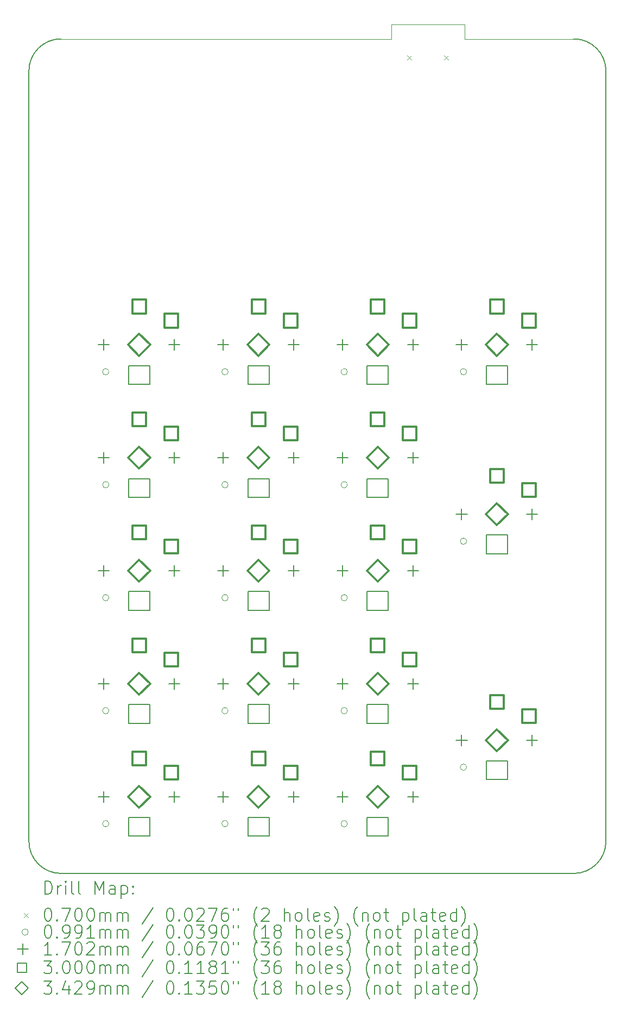
<source format=gbr>
%TF.GenerationSoftware,KiCad,Pcbnew,8.0.7*%
%TF.CreationDate,2025-01-13T19:24:30-05:00*%
%TF.ProjectId,numpad,6e756d70-6164-42e6-9b69-6361645f7063,rev?*%
%TF.SameCoordinates,Original*%
%TF.FileFunction,Drillmap*%
%TF.FilePolarity,Positive*%
%FSLAX45Y45*%
G04 Gerber Fmt 4.5, Leading zero omitted, Abs format (unit mm)*
G04 Created by KiCad (PCBNEW 8.0.7) date 2025-01-13 19:24:30*
%MOMM*%
%LPD*%
G01*
G04 APERTURE LIST*
%ADD10C,0.200000*%
%ADD11C,0.100000*%
%ADD12C,0.152400*%
%ADD13C,0.170180*%
%ADD14C,0.300000*%
%ADD15C,0.342900*%
G04 APERTURE END LIST*
D10*
X13500000Y-16000000D02*
G75*
G02*
X13000000Y-16500000I-500000J0D01*
G01*
X5000000Y-16500000D02*
G75*
G02*
X4500000Y-16000000I0J500000D01*
G01*
X13000000Y-16500000D02*
X5000000Y-16500000D01*
X4500000Y-16000000D02*
X4500000Y-4000000D01*
D11*
X10150000Y-3275000D02*
X10150000Y-3500000D01*
D10*
X4500000Y-4000000D02*
G75*
G02*
X5000000Y-3500000I500000J0D01*
G01*
D11*
X13000000Y-3500000D02*
X11300000Y-3500000D01*
X11300000Y-3275000D02*
X10150000Y-3275000D01*
D10*
X13500000Y-16000000D02*
X13500000Y-4000000D01*
D11*
X11300000Y-3500000D02*
X11300000Y-3275000D01*
D10*
X13000000Y-3500000D02*
G75*
G02*
X13500000Y-4000000I0J-500000D01*
G01*
D11*
X10150000Y-3500000D02*
X5000000Y-3500000D01*
D12*
X10105000Y-12110000D02*
X9775000Y-12110000D01*
X9775000Y-12400000D01*
X10105000Y-12400000D01*
X10105000Y-12110000D01*
X8245000Y-8590000D02*
X7915000Y-8590000D01*
X7915000Y-8880000D01*
X8245000Y-8880000D01*
X8245000Y-8590000D01*
X10105000Y-13870000D02*
X9775000Y-13870000D01*
X9775000Y-14160000D01*
X10105000Y-14160000D01*
X10105000Y-13870000D01*
X6385000Y-15630000D02*
X6055000Y-15630000D01*
X6055000Y-15920000D01*
X6385000Y-15920000D01*
X6385000Y-15630000D01*
X11965000Y-8590000D02*
X11635000Y-8590000D01*
X11635000Y-8880000D01*
X11965000Y-8880000D01*
X11965000Y-8590000D01*
X11965000Y-11230000D02*
X11635000Y-11230000D01*
X11635000Y-11520000D01*
X11965000Y-11520000D01*
X11965000Y-11230000D01*
X6385000Y-8590000D02*
X6055000Y-8590000D01*
X6055000Y-8880000D01*
X6385000Y-8880000D01*
X6385000Y-8590000D01*
X6385000Y-10350000D02*
X6055000Y-10350000D01*
X6055000Y-10640000D01*
X6385000Y-10640000D01*
X6385000Y-10350000D01*
X8245000Y-12110000D02*
X7915000Y-12110000D01*
X7915000Y-12400000D01*
X8245000Y-12400000D01*
X8245000Y-12110000D01*
X10105000Y-10350000D02*
X9775000Y-10350000D01*
X9775000Y-10640000D01*
X10105000Y-10640000D01*
X10105000Y-10350000D01*
X6385000Y-12110000D02*
X6055000Y-12110000D01*
X6055000Y-12400000D01*
X6385000Y-12400000D01*
X6385000Y-12110000D01*
X8245000Y-13870000D02*
X7915000Y-13870000D01*
X7915000Y-14160000D01*
X8245000Y-14160000D01*
X8245000Y-13870000D01*
X10105000Y-15630000D02*
X9775000Y-15630000D01*
X9775000Y-15920000D01*
X10105000Y-15920000D01*
X10105000Y-15630000D01*
X11965000Y-14750000D02*
X11635000Y-14750000D01*
X11635000Y-15040000D01*
X11965000Y-15040000D01*
X11965000Y-14750000D01*
X8245000Y-15630000D02*
X7915000Y-15630000D01*
X7915000Y-15920000D01*
X8245000Y-15920000D01*
X8245000Y-15630000D01*
X8245000Y-10350000D02*
X7915000Y-10350000D01*
X7915000Y-10640000D01*
X8245000Y-10640000D01*
X8245000Y-10350000D01*
X6385000Y-13870000D02*
X6055000Y-13870000D01*
X6055000Y-14160000D01*
X6385000Y-14160000D01*
X6385000Y-13870000D01*
X10105000Y-8590000D02*
X9775000Y-8590000D01*
X9775000Y-8880000D01*
X10105000Y-8880000D01*
X10105000Y-8590000D01*
D10*
D11*
X10398500Y-3756900D02*
X10468500Y-3826900D01*
X10468500Y-3756900D02*
X10398500Y-3826900D01*
X10976500Y-3756900D02*
X11046500Y-3826900D01*
X11046500Y-3756900D02*
X10976500Y-3826900D01*
X5747530Y-8685000D02*
G75*
G02*
X5648470Y-8685000I-49530J0D01*
G01*
X5648470Y-8685000D02*
G75*
G02*
X5747530Y-8685000I49530J0D01*
G01*
X5747530Y-10445000D02*
G75*
G02*
X5648470Y-10445000I-49530J0D01*
G01*
X5648470Y-10445000D02*
G75*
G02*
X5747530Y-10445000I49530J0D01*
G01*
X5747530Y-12205000D02*
G75*
G02*
X5648470Y-12205000I-49530J0D01*
G01*
X5648470Y-12205000D02*
G75*
G02*
X5747530Y-12205000I49530J0D01*
G01*
X5747530Y-13965000D02*
G75*
G02*
X5648470Y-13965000I-49530J0D01*
G01*
X5648470Y-13965000D02*
G75*
G02*
X5747530Y-13965000I49530J0D01*
G01*
X5747530Y-15725000D02*
G75*
G02*
X5648470Y-15725000I-49530J0D01*
G01*
X5648470Y-15725000D02*
G75*
G02*
X5747530Y-15725000I49530J0D01*
G01*
X7607530Y-8685000D02*
G75*
G02*
X7508470Y-8685000I-49530J0D01*
G01*
X7508470Y-8685000D02*
G75*
G02*
X7607530Y-8685000I49530J0D01*
G01*
X7607530Y-10445000D02*
G75*
G02*
X7508470Y-10445000I-49530J0D01*
G01*
X7508470Y-10445000D02*
G75*
G02*
X7607530Y-10445000I49530J0D01*
G01*
X7607530Y-12205000D02*
G75*
G02*
X7508470Y-12205000I-49530J0D01*
G01*
X7508470Y-12205000D02*
G75*
G02*
X7607530Y-12205000I49530J0D01*
G01*
X7607530Y-13965000D02*
G75*
G02*
X7508470Y-13965000I-49530J0D01*
G01*
X7508470Y-13965000D02*
G75*
G02*
X7607530Y-13965000I49530J0D01*
G01*
X7607530Y-15725000D02*
G75*
G02*
X7508470Y-15725000I-49530J0D01*
G01*
X7508470Y-15725000D02*
G75*
G02*
X7607530Y-15725000I49530J0D01*
G01*
X9467530Y-8685000D02*
G75*
G02*
X9368470Y-8685000I-49530J0D01*
G01*
X9368470Y-8685000D02*
G75*
G02*
X9467530Y-8685000I49530J0D01*
G01*
X9467530Y-10445000D02*
G75*
G02*
X9368470Y-10445000I-49530J0D01*
G01*
X9368470Y-10445000D02*
G75*
G02*
X9467530Y-10445000I49530J0D01*
G01*
X9467530Y-12205000D02*
G75*
G02*
X9368470Y-12205000I-49530J0D01*
G01*
X9368470Y-12205000D02*
G75*
G02*
X9467530Y-12205000I49530J0D01*
G01*
X9467530Y-13965000D02*
G75*
G02*
X9368470Y-13965000I-49530J0D01*
G01*
X9368470Y-13965000D02*
G75*
G02*
X9467530Y-13965000I49530J0D01*
G01*
X9467530Y-15725000D02*
G75*
G02*
X9368470Y-15725000I-49530J0D01*
G01*
X9368470Y-15725000D02*
G75*
G02*
X9467530Y-15725000I49530J0D01*
G01*
X11327530Y-8685000D02*
G75*
G02*
X11228470Y-8685000I-49530J0D01*
G01*
X11228470Y-8685000D02*
G75*
G02*
X11327530Y-8685000I49530J0D01*
G01*
X11327530Y-11325000D02*
G75*
G02*
X11228470Y-11325000I-49530J0D01*
G01*
X11228470Y-11325000D02*
G75*
G02*
X11327530Y-11325000I49530J0D01*
G01*
X11327530Y-14845000D02*
G75*
G02*
X11228470Y-14845000I-49530J0D01*
G01*
X11228470Y-14845000D02*
G75*
G02*
X11327530Y-14845000I49530J0D01*
G01*
D13*
X5670000Y-8179910D02*
X5670000Y-8350090D01*
X5584910Y-8265000D02*
X5755090Y-8265000D01*
X5670000Y-9939910D02*
X5670000Y-10110090D01*
X5584910Y-10025000D02*
X5755090Y-10025000D01*
X5670000Y-11699910D02*
X5670000Y-11870090D01*
X5584910Y-11785000D02*
X5755090Y-11785000D01*
X5670000Y-13459910D02*
X5670000Y-13630090D01*
X5584910Y-13545000D02*
X5755090Y-13545000D01*
X5670000Y-15219910D02*
X5670000Y-15390090D01*
X5584910Y-15305000D02*
X5755090Y-15305000D01*
X6770000Y-8179910D02*
X6770000Y-8350090D01*
X6684910Y-8265000D02*
X6855090Y-8265000D01*
X6770000Y-9939910D02*
X6770000Y-10110090D01*
X6684910Y-10025000D02*
X6855090Y-10025000D01*
X6770000Y-11699910D02*
X6770000Y-11870090D01*
X6684910Y-11785000D02*
X6855090Y-11785000D01*
X6770000Y-13459910D02*
X6770000Y-13630090D01*
X6684910Y-13545000D02*
X6855090Y-13545000D01*
X6770000Y-15219910D02*
X6770000Y-15390090D01*
X6684910Y-15305000D02*
X6855090Y-15305000D01*
X7530000Y-8179910D02*
X7530000Y-8350090D01*
X7444910Y-8265000D02*
X7615090Y-8265000D01*
X7530000Y-9939910D02*
X7530000Y-10110090D01*
X7444910Y-10025000D02*
X7615090Y-10025000D01*
X7530000Y-11699910D02*
X7530000Y-11870090D01*
X7444910Y-11785000D02*
X7615090Y-11785000D01*
X7530000Y-13459910D02*
X7530000Y-13630090D01*
X7444910Y-13545000D02*
X7615090Y-13545000D01*
X7530000Y-15219910D02*
X7530000Y-15390090D01*
X7444910Y-15305000D02*
X7615090Y-15305000D01*
X8630000Y-8179910D02*
X8630000Y-8350090D01*
X8544910Y-8265000D02*
X8715090Y-8265000D01*
X8630000Y-9939910D02*
X8630000Y-10110090D01*
X8544910Y-10025000D02*
X8715090Y-10025000D01*
X8630000Y-11699910D02*
X8630000Y-11870090D01*
X8544910Y-11785000D02*
X8715090Y-11785000D01*
X8630000Y-13459910D02*
X8630000Y-13630090D01*
X8544910Y-13545000D02*
X8715090Y-13545000D01*
X8630000Y-15219910D02*
X8630000Y-15390090D01*
X8544910Y-15305000D02*
X8715090Y-15305000D01*
X9390000Y-8179910D02*
X9390000Y-8350090D01*
X9304910Y-8265000D02*
X9475090Y-8265000D01*
X9390000Y-9939910D02*
X9390000Y-10110090D01*
X9304910Y-10025000D02*
X9475090Y-10025000D01*
X9390000Y-11699910D02*
X9390000Y-11870090D01*
X9304910Y-11785000D02*
X9475090Y-11785000D01*
X9390000Y-13459910D02*
X9390000Y-13630090D01*
X9304910Y-13545000D02*
X9475090Y-13545000D01*
X9390000Y-15219910D02*
X9390000Y-15390090D01*
X9304910Y-15305000D02*
X9475090Y-15305000D01*
X10490000Y-8179910D02*
X10490000Y-8350090D01*
X10404910Y-8265000D02*
X10575090Y-8265000D01*
X10490000Y-9939910D02*
X10490000Y-10110090D01*
X10404910Y-10025000D02*
X10575090Y-10025000D01*
X10490000Y-11699910D02*
X10490000Y-11870090D01*
X10404910Y-11785000D02*
X10575090Y-11785000D01*
X10490000Y-13459910D02*
X10490000Y-13630090D01*
X10404910Y-13545000D02*
X10575090Y-13545000D01*
X10490000Y-15219910D02*
X10490000Y-15390090D01*
X10404910Y-15305000D02*
X10575090Y-15305000D01*
X11250000Y-8179910D02*
X11250000Y-8350090D01*
X11164910Y-8265000D02*
X11335090Y-8265000D01*
X11250000Y-10819910D02*
X11250000Y-10990090D01*
X11164910Y-10905000D02*
X11335090Y-10905000D01*
X11250000Y-14339910D02*
X11250000Y-14510090D01*
X11164910Y-14425000D02*
X11335090Y-14425000D01*
X12350000Y-8179910D02*
X12350000Y-8350090D01*
X12264910Y-8265000D02*
X12435090Y-8265000D01*
X12350000Y-10819910D02*
X12350000Y-10990090D01*
X12264910Y-10905000D02*
X12435090Y-10905000D01*
X12350000Y-14339910D02*
X12350000Y-14510090D01*
X12264910Y-14425000D02*
X12435090Y-14425000D01*
D14*
X6326067Y-7776067D02*
X6326067Y-7563933D01*
X6113933Y-7563933D01*
X6113933Y-7776067D01*
X6326067Y-7776067D01*
X6326067Y-9536067D02*
X6326067Y-9323933D01*
X6113933Y-9323933D01*
X6113933Y-9536067D01*
X6326067Y-9536067D01*
X6326067Y-11296067D02*
X6326067Y-11083933D01*
X6113933Y-11083933D01*
X6113933Y-11296067D01*
X6326067Y-11296067D01*
X6326067Y-13056067D02*
X6326067Y-12843933D01*
X6113933Y-12843933D01*
X6113933Y-13056067D01*
X6326067Y-13056067D01*
X6326067Y-14816067D02*
X6326067Y-14603933D01*
X6113933Y-14603933D01*
X6113933Y-14816067D01*
X6326067Y-14816067D01*
X6826067Y-7996067D02*
X6826067Y-7783933D01*
X6613933Y-7783933D01*
X6613933Y-7996067D01*
X6826067Y-7996067D01*
X6826067Y-9756067D02*
X6826067Y-9543933D01*
X6613933Y-9543933D01*
X6613933Y-9756067D01*
X6826067Y-9756067D01*
X6826067Y-11516067D02*
X6826067Y-11303933D01*
X6613933Y-11303933D01*
X6613933Y-11516067D01*
X6826067Y-11516067D01*
X6826067Y-13276067D02*
X6826067Y-13063933D01*
X6613933Y-13063933D01*
X6613933Y-13276067D01*
X6826067Y-13276067D01*
X6826067Y-15036067D02*
X6826067Y-14823933D01*
X6613933Y-14823933D01*
X6613933Y-15036067D01*
X6826067Y-15036067D01*
X8186067Y-7776067D02*
X8186067Y-7563933D01*
X7973933Y-7563933D01*
X7973933Y-7776067D01*
X8186067Y-7776067D01*
X8186067Y-9536067D02*
X8186067Y-9323933D01*
X7973933Y-9323933D01*
X7973933Y-9536067D01*
X8186067Y-9536067D01*
X8186067Y-11296067D02*
X8186067Y-11083933D01*
X7973933Y-11083933D01*
X7973933Y-11296067D01*
X8186067Y-11296067D01*
X8186067Y-13056067D02*
X8186067Y-12843933D01*
X7973933Y-12843933D01*
X7973933Y-13056067D01*
X8186067Y-13056067D01*
X8186067Y-14816067D02*
X8186067Y-14603933D01*
X7973933Y-14603933D01*
X7973933Y-14816067D01*
X8186067Y-14816067D01*
X8686067Y-7996067D02*
X8686067Y-7783933D01*
X8473933Y-7783933D01*
X8473933Y-7996067D01*
X8686067Y-7996067D01*
X8686067Y-9756067D02*
X8686067Y-9543933D01*
X8473933Y-9543933D01*
X8473933Y-9756067D01*
X8686067Y-9756067D01*
X8686067Y-11516067D02*
X8686067Y-11303933D01*
X8473933Y-11303933D01*
X8473933Y-11516067D01*
X8686067Y-11516067D01*
X8686067Y-13276067D02*
X8686067Y-13063933D01*
X8473933Y-13063933D01*
X8473933Y-13276067D01*
X8686067Y-13276067D01*
X8686067Y-15036067D02*
X8686067Y-14823933D01*
X8473933Y-14823933D01*
X8473933Y-15036067D01*
X8686067Y-15036067D01*
X10046067Y-7776067D02*
X10046067Y-7563933D01*
X9833933Y-7563933D01*
X9833933Y-7776067D01*
X10046067Y-7776067D01*
X10046067Y-9536067D02*
X10046067Y-9323933D01*
X9833933Y-9323933D01*
X9833933Y-9536067D01*
X10046067Y-9536067D01*
X10046067Y-11296067D02*
X10046067Y-11083933D01*
X9833933Y-11083933D01*
X9833933Y-11296067D01*
X10046067Y-11296067D01*
X10046067Y-13056067D02*
X10046067Y-12843933D01*
X9833933Y-12843933D01*
X9833933Y-13056067D01*
X10046067Y-13056067D01*
X10046067Y-14816067D02*
X10046067Y-14603933D01*
X9833933Y-14603933D01*
X9833933Y-14816067D01*
X10046067Y-14816067D01*
X10546067Y-7996067D02*
X10546067Y-7783933D01*
X10333933Y-7783933D01*
X10333933Y-7996067D01*
X10546067Y-7996067D01*
X10546067Y-9756067D02*
X10546067Y-9543933D01*
X10333933Y-9543933D01*
X10333933Y-9756067D01*
X10546067Y-9756067D01*
X10546067Y-11516067D02*
X10546067Y-11303933D01*
X10333933Y-11303933D01*
X10333933Y-11516067D01*
X10546067Y-11516067D01*
X10546067Y-13276067D02*
X10546067Y-13063933D01*
X10333933Y-13063933D01*
X10333933Y-13276067D01*
X10546067Y-13276067D01*
X10546067Y-15036067D02*
X10546067Y-14823933D01*
X10333933Y-14823933D01*
X10333933Y-15036067D01*
X10546067Y-15036067D01*
X11906067Y-7776067D02*
X11906067Y-7563933D01*
X11693933Y-7563933D01*
X11693933Y-7776067D01*
X11906067Y-7776067D01*
X11906067Y-10416067D02*
X11906067Y-10203933D01*
X11693933Y-10203933D01*
X11693933Y-10416067D01*
X11906067Y-10416067D01*
X11906067Y-13936067D02*
X11906067Y-13723933D01*
X11693933Y-13723933D01*
X11693933Y-13936067D01*
X11906067Y-13936067D01*
X12406067Y-7996067D02*
X12406067Y-7783933D01*
X12193933Y-7783933D01*
X12193933Y-7996067D01*
X12406067Y-7996067D01*
X12406067Y-10636067D02*
X12406067Y-10423933D01*
X12193933Y-10423933D01*
X12193933Y-10636067D01*
X12406067Y-10636067D01*
X12406067Y-14156067D02*
X12406067Y-13943933D01*
X12193933Y-13943933D01*
X12193933Y-14156067D01*
X12406067Y-14156067D01*
D15*
X6220000Y-8436450D02*
X6391450Y-8265000D01*
X6220000Y-8093550D01*
X6048550Y-8265000D01*
X6220000Y-8436450D01*
X6220000Y-10196450D02*
X6391450Y-10025000D01*
X6220000Y-9853550D01*
X6048550Y-10025000D01*
X6220000Y-10196450D01*
X6220000Y-11956450D02*
X6391450Y-11785000D01*
X6220000Y-11613550D01*
X6048550Y-11785000D01*
X6220000Y-11956450D01*
X6220000Y-13716450D02*
X6391450Y-13545000D01*
X6220000Y-13373550D01*
X6048550Y-13545000D01*
X6220000Y-13716450D01*
X6220000Y-15476450D02*
X6391450Y-15305000D01*
X6220000Y-15133550D01*
X6048550Y-15305000D01*
X6220000Y-15476450D01*
X8080000Y-8436450D02*
X8251450Y-8265000D01*
X8080000Y-8093550D01*
X7908550Y-8265000D01*
X8080000Y-8436450D01*
X8080000Y-10196450D02*
X8251450Y-10025000D01*
X8080000Y-9853550D01*
X7908550Y-10025000D01*
X8080000Y-10196450D01*
X8080000Y-11956450D02*
X8251450Y-11785000D01*
X8080000Y-11613550D01*
X7908550Y-11785000D01*
X8080000Y-11956450D01*
X8080000Y-13716450D02*
X8251450Y-13545000D01*
X8080000Y-13373550D01*
X7908550Y-13545000D01*
X8080000Y-13716450D01*
X8080000Y-15476450D02*
X8251450Y-15305000D01*
X8080000Y-15133550D01*
X7908550Y-15305000D01*
X8080000Y-15476450D01*
X9940000Y-8436450D02*
X10111450Y-8265000D01*
X9940000Y-8093550D01*
X9768550Y-8265000D01*
X9940000Y-8436450D01*
X9940000Y-10196450D02*
X10111450Y-10025000D01*
X9940000Y-9853550D01*
X9768550Y-10025000D01*
X9940000Y-10196450D01*
X9940000Y-11956450D02*
X10111450Y-11785000D01*
X9940000Y-11613550D01*
X9768550Y-11785000D01*
X9940000Y-11956450D01*
X9940000Y-13716450D02*
X10111450Y-13545000D01*
X9940000Y-13373550D01*
X9768550Y-13545000D01*
X9940000Y-13716450D01*
X9940000Y-15476450D02*
X10111450Y-15305000D01*
X9940000Y-15133550D01*
X9768550Y-15305000D01*
X9940000Y-15476450D01*
X11800000Y-8436450D02*
X11971450Y-8265000D01*
X11800000Y-8093550D01*
X11628550Y-8265000D01*
X11800000Y-8436450D01*
X11800000Y-11076450D02*
X11971450Y-10905000D01*
X11800000Y-10733550D01*
X11628550Y-10905000D01*
X11800000Y-11076450D01*
X11800000Y-14596450D02*
X11971450Y-14425000D01*
X11800000Y-14253550D01*
X11628550Y-14425000D01*
X11800000Y-14596450D01*
D10*
X4750777Y-16821484D02*
X4750777Y-16621484D01*
X4750777Y-16621484D02*
X4798396Y-16621484D01*
X4798396Y-16621484D02*
X4826967Y-16631008D01*
X4826967Y-16631008D02*
X4846015Y-16650055D01*
X4846015Y-16650055D02*
X4855539Y-16669103D01*
X4855539Y-16669103D02*
X4865063Y-16707198D01*
X4865063Y-16707198D02*
X4865063Y-16735769D01*
X4865063Y-16735769D02*
X4855539Y-16773865D01*
X4855539Y-16773865D02*
X4846015Y-16792912D01*
X4846015Y-16792912D02*
X4826967Y-16811960D01*
X4826967Y-16811960D02*
X4798396Y-16821484D01*
X4798396Y-16821484D02*
X4750777Y-16821484D01*
X4950777Y-16821484D02*
X4950777Y-16688150D01*
X4950777Y-16726246D02*
X4960301Y-16707198D01*
X4960301Y-16707198D02*
X4969824Y-16697674D01*
X4969824Y-16697674D02*
X4988872Y-16688150D01*
X4988872Y-16688150D02*
X5007920Y-16688150D01*
X5074586Y-16821484D02*
X5074586Y-16688150D01*
X5074586Y-16621484D02*
X5065063Y-16631008D01*
X5065063Y-16631008D02*
X5074586Y-16640531D01*
X5074586Y-16640531D02*
X5084110Y-16631008D01*
X5084110Y-16631008D02*
X5074586Y-16621484D01*
X5074586Y-16621484D02*
X5074586Y-16640531D01*
X5198396Y-16821484D02*
X5179348Y-16811960D01*
X5179348Y-16811960D02*
X5169824Y-16792912D01*
X5169824Y-16792912D02*
X5169824Y-16621484D01*
X5303158Y-16821484D02*
X5284110Y-16811960D01*
X5284110Y-16811960D02*
X5274586Y-16792912D01*
X5274586Y-16792912D02*
X5274586Y-16621484D01*
X5531729Y-16821484D02*
X5531729Y-16621484D01*
X5531729Y-16621484D02*
X5598396Y-16764341D01*
X5598396Y-16764341D02*
X5665062Y-16621484D01*
X5665062Y-16621484D02*
X5665062Y-16821484D01*
X5846015Y-16821484D02*
X5846015Y-16716722D01*
X5846015Y-16716722D02*
X5836491Y-16697674D01*
X5836491Y-16697674D02*
X5817443Y-16688150D01*
X5817443Y-16688150D02*
X5779348Y-16688150D01*
X5779348Y-16688150D02*
X5760301Y-16697674D01*
X5846015Y-16811960D02*
X5826967Y-16821484D01*
X5826967Y-16821484D02*
X5779348Y-16821484D01*
X5779348Y-16821484D02*
X5760301Y-16811960D01*
X5760301Y-16811960D02*
X5750777Y-16792912D01*
X5750777Y-16792912D02*
X5750777Y-16773865D01*
X5750777Y-16773865D02*
X5760301Y-16754817D01*
X5760301Y-16754817D02*
X5779348Y-16745293D01*
X5779348Y-16745293D02*
X5826967Y-16745293D01*
X5826967Y-16745293D02*
X5846015Y-16735769D01*
X5941253Y-16688150D02*
X5941253Y-16888150D01*
X5941253Y-16697674D02*
X5960301Y-16688150D01*
X5960301Y-16688150D02*
X5998396Y-16688150D01*
X5998396Y-16688150D02*
X6017443Y-16697674D01*
X6017443Y-16697674D02*
X6026967Y-16707198D01*
X6026967Y-16707198D02*
X6036491Y-16726246D01*
X6036491Y-16726246D02*
X6036491Y-16783389D01*
X6036491Y-16783389D02*
X6026967Y-16802436D01*
X6026967Y-16802436D02*
X6017443Y-16811960D01*
X6017443Y-16811960D02*
X5998396Y-16821484D01*
X5998396Y-16821484D02*
X5960301Y-16821484D01*
X5960301Y-16821484D02*
X5941253Y-16811960D01*
X6122205Y-16802436D02*
X6131729Y-16811960D01*
X6131729Y-16811960D02*
X6122205Y-16821484D01*
X6122205Y-16821484D02*
X6112682Y-16811960D01*
X6112682Y-16811960D02*
X6122205Y-16802436D01*
X6122205Y-16802436D02*
X6122205Y-16821484D01*
X6122205Y-16697674D02*
X6131729Y-16707198D01*
X6131729Y-16707198D02*
X6122205Y-16716722D01*
X6122205Y-16716722D02*
X6112682Y-16707198D01*
X6112682Y-16707198D02*
X6122205Y-16697674D01*
X6122205Y-16697674D02*
X6122205Y-16716722D01*
D11*
X4420000Y-17115000D02*
X4490000Y-17185000D01*
X4490000Y-17115000D02*
X4420000Y-17185000D01*
D10*
X4788872Y-17041484D02*
X4807920Y-17041484D01*
X4807920Y-17041484D02*
X4826967Y-17051008D01*
X4826967Y-17051008D02*
X4836491Y-17060531D01*
X4836491Y-17060531D02*
X4846015Y-17079579D01*
X4846015Y-17079579D02*
X4855539Y-17117674D01*
X4855539Y-17117674D02*
X4855539Y-17165293D01*
X4855539Y-17165293D02*
X4846015Y-17203389D01*
X4846015Y-17203389D02*
X4836491Y-17222436D01*
X4836491Y-17222436D02*
X4826967Y-17231960D01*
X4826967Y-17231960D02*
X4807920Y-17241484D01*
X4807920Y-17241484D02*
X4788872Y-17241484D01*
X4788872Y-17241484D02*
X4769824Y-17231960D01*
X4769824Y-17231960D02*
X4760301Y-17222436D01*
X4760301Y-17222436D02*
X4750777Y-17203389D01*
X4750777Y-17203389D02*
X4741253Y-17165293D01*
X4741253Y-17165293D02*
X4741253Y-17117674D01*
X4741253Y-17117674D02*
X4750777Y-17079579D01*
X4750777Y-17079579D02*
X4760301Y-17060531D01*
X4760301Y-17060531D02*
X4769824Y-17051008D01*
X4769824Y-17051008D02*
X4788872Y-17041484D01*
X4941253Y-17222436D02*
X4950777Y-17231960D01*
X4950777Y-17231960D02*
X4941253Y-17241484D01*
X4941253Y-17241484D02*
X4931729Y-17231960D01*
X4931729Y-17231960D02*
X4941253Y-17222436D01*
X4941253Y-17222436D02*
X4941253Y-17241484D01*
X5017444Y-17041484D02*
X5150777Y-17041484D01*
X5150777Y-17041484D02*
X5065063Y-17241484D01*
X5265063Y-17041484D02*
X5284110Y-17041484D01*
X5284110Y-17041484D02*
X5303158Y-17051008D01*
X5303158Y-17051008D02*
X5312682Y-17060531D01*
X5312682Y-17060531D02*
X5322205Y-17079579D01*
X5322205Y-17079579D02*
X5331729Y-17117674D01*
X5331729Y-17117674D02*
X5331729Y-17165293D01*
X5331729Y-17165293D02*
X5322205Y-17203389D01*
X5322205Y-17203389D02*
X5312682Y-17222436D01*
X5312682Y-17222436D02*
X5303158Y-17231960D01*
X5303158Y-17231960D02*
X5284110Y-17241484D01*
X5284110Y-17241484D02*
X5265063Y-17241484D01*
X5265063Y-17241484D02*
X5246015Y-17231960D01*
X5246015Y-17231960D02*
X5236491Y-17222436D01*
X5236491Y-17222436D02*
X5226967Y-17203389D01*
X5226967Y-17203389D02*
X5217444Y-17165293D01*
X5217444Y-17165293D02*
X5217444Y-17117674D01*
X5217444Y-17117674D02*
X5226967Y-17079579D01*
X5226967Y-17079579D02*
X5236491Y-17060531D01*
X5236491Y-17060531D02*
X5246015Y-17051008D01*
X5246015Y-17051008D02*
X5265063Y-17041484D01*
X5455539Y-17041484D02*
X5474586Y-17041484D01*
X5474586Y-17041484D02*
X5493634Y-17051008D01*
X5493634Y-17051008D02*
X5503158Y-17060531D01*
X5503158Y-17060531D02*
X5512682Y-17079579D01*
X5512682Y-17079579D02*
X5522205Y-17117674D01*
X5522205Y-17117674D02*
X5522205Y-17165293D01*
X5522205Y-17165293D02*
X5512682Y-17203389D01*
X5512682Y-17203389D02*
X5503158Y-17222436D01*
X5503158Y-17222436D02*
X5493634Y-17231960D01*
X5493634Y-17231960D02*
X5474586Y-17241484D01*
X5474586Y-17241484D02*
X5455539Y-17241484D01*
X5455539Y-17241484D02*
X5436491Y-17231960D01*
X5436491Y-17231960D02*
X5426967Y-17222436D01*
X5426967Y-17222436D02*
X5417444Y-17203389D01*
X5417444Y-17203389D02*
X5407920Y-17165293D01*
X5407920Y-17165293D02*
X5407920Y-17117674D01*
X5407920Y-17117674D02*
X5417444Y-17079579D01*
X5417444Y-17079579D02*
X5426967Y-17060531D01*
X5426967Y-17060531D02*
X5436491Y-17051008D01*
X5436491Y-17051008D02*
X5455539Y-17041484D01*
X5607920Y-17241484D02*
X5607920Y-17108150D01*
X5607920Y-17127198D02*
X5617443Y-17117674D01*
X5617443Y-17117674D02*
X5636491Y-17108150D01*
X5636491Y-17108150D02*
X5665063Y-17108150D01*
X5665063Y-17108150D02*
X5684110Y-17117674D01*
X5684110Y-17117674D02*
X5693634Y-17136722D01*
X5693634Y-17136722D02*
X5693634Y-17241484D01*
X5693634Y-17136722D02*
X5703158Y-17117674D01*
X5703158Y-17117674D02*
X5722205Y-17108150D01*
X5722205Y-17108150D02*
X5750777Y-17108150D01*
X5750777Y-17108150D02*
X5769824Y-17117674D01*
X5769824Y-17117674D02*
X5779348Y-17136722D01*
X5779348Y-17136722D02*
X5779348Y-17241484D01*
X5874586Y-17241484D02*
X5874586Y-17108150D01*
X5874586Y-17127198D02*
X5884110Y-17117674D01*
X5884110Y-17117674D02*
X5903158Y-17108150D01*
X5903158Y-17108150D02*
X5931729Y-17108150D01*
X5931729Y-17108150D02*
X5950777Y-17117674D01*
X5950777Y-17117674D02*
X5960301Y-17136722D01*
X5960301Y-17136722D02*
X5960301Y-17241484D01*
X5960301Y-17136722D02*
X5969824Y-17117674D01*
X5969824Y-17117674D02*
X5988872Y-17108150D01*
X5988872Y-17108150D02*
X6017443Y-17108150D01*
X6017443Y-17108150D02*
X6036491Y-17117674D01*
X6036491Y-17117674D02*
X6046015Y-17136722D01*
X6046015Y-17136722D02*
X6046015Y-17241484D01*
X6436491Y-17031960D02*
X6265063Y-17289103D01*
X6693634Y-17041484D02*
X6712682Y-17041484D01*
X6712682Y-17041484D02*
X6731729Y-17051008D01*
X6731729Y-17051008D02*
X6741253Y-17060531D01*
X6741253Y-17060531D02*
X6750777Y-17079579D01*
X6750777Y-17079579D02*
X6760301Y-17117674D01*
X6760301Y-17117674D02*
X6760301Y-17165293D01*
X6760301Y-17165293D02*
X6750777Y-17203389D01*
X6750777Y-17203389D02*
X6741253Y-17222436D01*
X6741253Y-17222436D02*
X6731729Y-17231960D01*
X6731729Y-17231960D02*
X6712682Y-17241484D01*
X6712682Y-17241484D02*
X6693634Y-17241484D01*
X6693634Y-17241484D02*
X6674586Y-17231960D01*
X6674586Y-17231960D02*
X6665063Y-17222436D01*
X6665063Y-17222436D02*
X6655539Y-17203389D01*
X6655539Y-17203389D02*
X6646015Y-17165293D01*
X6646015Y-17165293D02*
X6646015Y-17117674D01*
X6646015Y-17117674D02*
X6655539Y-17079579D01*
X6655539Y-17079579D02*
X6665063Y-17060531D01*
X6665063Y-17060531D02*
X6674586Y-17051008D01*
X6674586Y-17051008D02*
X6693634Y-17041484D01*
X6846015Y-17222436D02*
X6855539Y-17231960D01*
X6855539Y-17231960D02*
X6846015Y-17241484D01*
X6846015Y-17241484D02*
X6836491Y-17231960D01*
X6836491Y-17231960D02*
X6846015Y-17222436D01*
X6846015Y-17222436D02*
X6846015Y-17241484D01*
X6979348Y-17041484D02*
X6998396Y-17041484D01*
X6998396Y-17041484D02*
X7017444Y-17051008D01*
X7017444Y-17051008D02*
X7026967Y-17060531D01*
X7026967Y-17060531D02*
X7036491Y-17079579D01*
X7036491Y-17079579D02*
X7046015Y-17117674D01*
X7046015Y-17117674D02*
X7046015Y-17165293D01*
X7046015Y-17165293D02*
X7036491Y-17203389D01*
X7036491Y-17203389D02*
X7026967Y-17222436D01*
X7026967Y-17222436D02*
X7017444Y-17231960D01*
X7017444Y-17231960D02*
X6998396Y-17241484D01*
X6998396Y-17241484D02*
X6979348Y-17241484D01*
X6979348Y-17241484D02*
X6960301Y-17231960D01*
X6960301Y-17231960D02*
X6950777Y-17222436D01*
X6950777Y-17222436D02*
X6941253Y-17203389D01*
X6941253Y-17203389D02*
X6931729Y-17165293D01*
X6931729Y-17165293D02*
X6931729Y-17117674D01*
X6931729Y-17117674D02*
X6941253Y-17079579D01*
X6941253Y-17079579D02*
X6950777Y-17060531D01*
X6950777Y-17060531D02*
X6960301Y-17051008D01*
X6960301Y-17051008D02*
X6979348Y-17041484D01*
X7122206Y-17060531D02*
X7131729Y-17051008D01*
X7131729Y-17051008D02*
X7150777Y-17041484D01*
X7150777Y-17041484D02*
X7198396Y-17041484D01*
X7198396Y-17041484D02*
X7217444Y-17051008D01*
X7217444Y-17051008D02*
X7226967Y-17060531D01*
X7226967Y-17060531D02*
X7236491Y-17079579D01*
X7236491Y-17079579D02*
X7236491Y-17098627D01*
X7236491Y-17098627D02*
X7226967Y-17127198D01*
X7226967Y-17127198D02*
X7112682Y-17241484D01*
X7112682Y-17241484D02*
X7236491Y-17241484D01*
X7303158Y-17041484D02*
X7436491Y-17041484D01*
X7436491Y-17041484D02*
X7350777Y-17241484D01*
X7598396Y-17041484D02*
X7560301Y-17041484D01*
X7560301Y-17041484D02*
X7541253Y-17051008D01*
X7541253Y-17051008D02*
X7531729Y-17060531D01*
X7531729Y-17060531D02*
X7512682Y-17089103D01*
X7512682Y-17089103D02*
X7503158Y-17127198D01*
X7503158Y-17127198D02*
X7503158Y-17203389D01*
X7503158Y-17203389D02*
X7512682Y-17222436D01*
X7512682Y-17222436D02*
X7522206Y-17231960D01*
X7522206Y-17231960D02*
X7541253Y-17241484D01*
X7541253Y-17241484D02*
X7579348Y-17241484D01*
X7579348Y-17241484D02*
X7598396Y-17231960D01*
X7598396Y-17231960D02*
X7607920Y-17222436D01*
X7607920Y-17222436D02*
X7617444Y-17203389D01*
X7617444Y-17203389D02*
X7617444Y-17155770D01*
X7617444Y-17155770D02*
X7607920Y-17136722D01*
X7607920Y-17136722D02*
X7598396Y-17127198D01*
X7598396Y-17127198D02*
X7579348Y-17117674D01*
X7579348Y-17117674D02*
X7541253Y-17117674D01*
X7541253Y-17117674D02*
X7522206Y-17127198D01*
X7522206Y-17127198D02*
X7512682Y-17136722D01*
X7512682Y-17136722D02*
X7503158Y-17155770D01*
X7693634Y-17041484D02*
X7693634Y-17079579D01*
X7769825Y-17041484D02*
X7769825Y-17079579D01*
X8065063Y-17317674D02*
X8055539Y-17308150D01*
X8055539Y-17308150D02*
X8036491Y-17279579D01*
X8036491Y-17279579D02*
X8026968Y-17260531D01*
X8026968Y-17260531D02*
X8017444Y-17231960D01*
X8017444Y-17231960D02*
X8007920Y-17184341D01*
X8007920Y-17184341D02*
X8007920Y-17146246D01*
X8007920Y-17146246D02*
X8017444Y-17098627D01*
X8017444Y-17098627D02*
X8026968Y-17070055D01*
X8026968Y-17070055D02*
X8036491Y-17051008D01*
X8036491Y-17051008D02*
X8055539Y-17022436D01*
X8055539Y-17022436D02*
X8065063Y-17012912D01*
X8131729Y-17060531D02*
X8141253Y-17051008D01*
X8141253Y-17051008D02*
X8160301Y-17041484D01*
X8160301Y-17041484D02*
X8207920Y-17041484D01*
X8207920Y-17041484D02*
X8226968Y-17051008D01*
X8226968Y-17051008D02*
X8236491Y-17060531D01*
X8236491Y-17060531D02*
X8246015Y-17079579D01*
X8246015Y-17079579D02*
X8246015Y-17098627D01*
X8246015Y-17098627D02*
X8236491Y-17127198D01*
X8236491Y-17127198D02*
X8122206Y-17241484D01*
X8122206Y-17241484D02*
X8246015Y-17241484D01*
X8484111Y-17241484D02*
X8484111Y-17041484D01*
X8569825Y-17241484D02*
X8569825Y-17136722D01*
X8569825Y-17136722D02*
X8560301Y-17117674D01*
X8560301Y-17117674D02*
X8541253Y-17108150D01*
X8541253Y-17108150D02*
X8512682Y-17108150D01*
X8512682Y-17108150D02*
X8493634Y-17117674D01*
X8493634Y-17117674D02*
X8484111Y-17127198D01*
X8693634Y-17241484D02*
X8674587Y-17231960D01*
X8674587Y-17231960D02*
X8665063Y-17222436D01*
X8665063Y-17222436D02*
X8655539Y-17203389D01*
X8655539Y-17203389D02*
X8655539Y-17146246D01*
X8655539Y-17146246D02*
X8665063Y-17127198D01*
X8665063Y-17127198D02*
X8674587Y-17117674D01*
X8674587Y-17117674D02*
X8693634Y-17108150D01*
X8693634Y-17108150D02*
X8722206Y-17108150D01*
X8722206Y-17108150D02*
X8741253Y-17117674D01*
X8741253Y-17117674D02*
X8750777Y-17127198D01*
X8750777Y-17127198D02*
X8760301Y-17146246D01*
X8760301Y-17146246D02*
X8760301Y-17203389D01*
X8760301Y-17203389D02*
X8750777Y-17222436D01*
X8750777Y-17222436D02*
X8741253Y-17231960D01*
X8741253Y-17231960D02*
X8722206Y-17241484D01*
X8722206Y-17241484D02*
X8693634Y-17241484D01*
X8874587Y-17241484D02*
X8855539Y-17231960D01*
X8855539Y-17231960D02*
X8846015Y-17212912D01*
X8846015Y-17212912D02*
X8846015Y-17041484D01*
X9026968Y-17231960D02*
X9007920Y-17241484D01*
X9007920Y-17241484D02*
X8969825Y-17241484D01*
X8969825Y-17241484D02*
X8950777Y-17231960D01*
X8950777Y-17231960D02*
X8941253Y-17212912D01*
X8941253Y-17212912D02*
X8941253Y-17136722D01*
X8941253Y-17136722D02*
X8950777Y-17117674D01*
X8950777Y-17117674D02*
X8969825Y-17108150D01*
X8969825Y-17108150D02*
X9007920Y-17108150D01*
X9007920Y-17108150D02*
X9026968Y-17117674D01*
X9026968Y-17117674D02*
X9036492Y-17136722D01*
X9036492Y-17136722D02*
X9036492Y-17155770D01*
X9036492Y-17155770D02*
X8941253Y-17174817D01*
X9112682Y-17231960D02*
X9131730Y-17241484D01*
X9131730Y-17241484D02*
X9169825Y-17241484D01*
X9169825Y-17241484D02*
X9188873Y-17231960D01*
X9188873Y-17231960D02*
X9198396Y-17212912D01*
X9198396Y-17212912D02*
X9198396Y-17203389D01*
X9198396Y-17203389D02*
X9188873Y-17184341D01*
X9188873Y-17184341D02*
X9169825Y-17174817D01*
X9169825Y-17174817D02*
X9141253Y-17174817D01*
X9141253Y-17174817D02*
X9122206Y-17165293D01*
X9122206Y-17165293D02*
X9112682Y-17146246D01*
X9112682Y-17146246D02*
X9112682Y-17136722D01*
X9112682Y-17136722D02*
X9122206Y-17117674D01*
X9122206Y-17117674D02*
X9141253Y-17108150D01*
X9141253Y-17108150D02*
X9169825Y-17108150D01*
X9169825Y-17108150D02*
X9188873Y-17117674D01*
X9265063Y-17317674D02*
X9274587Y-17308150D01*
X9274587Y-17308150D02*
X9293634Y-17279579D01*
X9293634Y-17279579D02*
X9303158Y-17260531D01*
X9303158Y-17260531D02*
X9312682Y-17231960D01*
X9312682Y-17231960D02*
X9322206Y-17184341D01*
X9322206Y-17184341D02*
X9322206Y-17146246D01*
X9322206Y-17146246D02*
X9312682Y-17098627D01*
X9312682Y-17098627D02*
X9303158Y-17070055D01*
X9303158Y-17070055D02*
X9293634Y-17051008D01*
X9293634Y-17051008D02*
X9274587Y-17022436D01*
X9274587Y-17022436D02*
X9265063Y-17012912D01*
X9626968Y-17317674D02*
X9617444Y-17308150D01*
X9617444Y-17308150D02*
X9598396Y-17279579D01*
X9598396Y-17279579D02*
X9588873Y-17260531D01*
X9588873Y-17260531D02*
X9579349Y-17231960D01*
X9579349Y-17231960D02*
X9569825Y-17184341D01*
X9569825Y-17184341D02*
X9569825Y-17146246D01*
X9569825Y-17146246D02*
X9579349Y-17098627D01*
X9579349Y-17098627D02*
X9588873Y-17070055D01*
X9588873Y-17070055D02*
X9598396Y-17051008D01*
X9598396Y-17051008D02*
X9617444Y-17022436D01*
X9617444Y-17022436D02*
X9626968Y-17012912D01*
X9703158Y-17108150D02*
X9703158Y-17241484D01*
X9703158Y-17127198D02*
X9712682Y-17117674D01*
X9712682Y-17117674D02*
X9731730Y-17108150D01*
X9731730Y-17108150D02*
X9760301Y-17108150D01*
X9760301Y-17108150D02*
X9779349Y-17117674D01*
X9779349Y-17117674D02*
X9788873Y-17136722D01*
X9788873Y-17136722D02*
X9788873Y-17241484D01*
X9912682Y-17241484D02*
X9893634Y-17231960D01*
X9893634Y-17231960D02*
X9884111Y-17222436D01*
X9884111Y-17222436D02*
X9874587Y-17203389D01*
X9874587Y-17203389D02*
X9874587Y-17146246D01*
X9874587Y-17146246D02*
X9884111Y-17127198D01*
X9884111Y-17127198D02*
X9893634Y-17117674D01*
X9893634Y-17117674D02*
X9912682Y-17108150D01*
X9912682Y-17108150D02*
X9941254Y-17108150D01*
X9941254Y-17108150D02*
X9960301Y-17117674D01*
X9960301Y-17117674D02*
X9969825Y-17127198D01*
X9969825Y-17127198D02*
X9979349Y-17146246D01*
X9979349Y-17146246D02*
X9979349Y-17203389D01*
X9979349Y-17203389D02*
X9969825Y-17222436D01*
X9969825Y-17222436D02*
X9960301Y-17231960D01*
X9960301Y-17231960D02*
X9941254Y-17241484D01*
X9941254Y-17241484D02*
X9912682Y-17241484D01*
X10036492Y-17108150D02*
X10112682Y-17108150D01*
X10065063Y-17041484D02*
X10065063Y-17212912D01*
X10065063Y-17212912D02*
X10074587Y-17231960D01*
X10074587Y-17231960D02*
X10093634Y-17241484D01*
X10093634Y-17241484D02*
X10112682Y-17241484D01*
X10331730Y-17108150D02*
X10331730Y-17308150D01*
X10331730Y-17117674D02*
X10350777Y-17108150D01*
X10350777Y-17108150D02*
X10388873Y-17108150D01*
X10388873Y-17108150D02*
X10407920Y-17117674D01*
X10407920Y-17117674D02*
X10417444Y-17127198D01*
X10417444Y-17127198D02*
X10426968Y-17146246D01*
X10426968Y-17146246D02*
X10426968Y-17203389D01*
X10426968Y-17203389D02*
X10417444Y-17222436D01*
X10417444Y-17222436D02*
X10407920Y-17231960D01*
X10407920Y-17231960D02*
X10388873Y-17241484D01*
X10388873Y-17241484D02*
X10350777Y-17241484D01*
X10350777Y-17241484D02*
X10331730Y-17231960D01*
X10541254Y-17241484D02*
X10522206Y-17231960D01*
X10522206Y-17231960D02*
X10512682Y-17212912D01*
X10512682Y-17212912D02*
X10512682Y-17041484D01*
X10703158Y-17241484D02*
X10703158Y-17136722D01*
X10703158Y-17136722D02*
X10693635Y-17117674D01*
X10693635Y-17117674D02*
X10674587Y-17108150D01*
X10674587Y-17108150D02*
X10636492Y-17108150D01*
X10636492Y-17108150D02*
X10617444Y-17117674D01*
X10703158Y-17231960D02*
X10684111Y-17241484D01*
X10684111Y-17241484D02*
X10636492Y-17241484D01*
X10636492Y-17241484D02*
X10617444Y-17231960D01*
X10617444Y-17231960D02*
X10607920Y-17212912D01*
X10607920Y-17212912D02*
X10607920Y-17193865D01*
X10607920Y-17193865D02*
X10617444Y-17174817D01*
X10617444Y-17174817D02*
X10636492Y-17165293D01*
X10636492Y-17165293D02*
X10684111Y-17165293D01*
X10684111Y-17165293D02*
X10703158Y-17155770D01*
X10769825Y-17108150D02*
X10846015Y-17108150D01*
X10798396Y-17041484D02*
X10798396Y-17212912D01*
X10798396Y-17212912D02*
X10807920Y-17231960D01*
X10807920Y-17231960D02*
X10826968Y-17241484D01*
X10826968Y-17241484D02*
X10846015Y-17241484D01*
X10988873Y-17231960D02*
X10969825Y-17241484D01*
X10969825Y-17241484D02*
X10931730Y-17241484D01*
X10931730Y-17241484D02*
X10912682Y-17231960D01*
X10912682Y-17231960D02*
X10903158Y-17212912D01*
X10903158Y-17212912D02*
X10903158Y-17136722D01*
X10903158Y-17136722D02*
X10912682Y-17117674D01*
X10912682Y-17117674D02*
X10931730Y-17108150D01*
X10931730Y-17108150D02*
X10969825Y-17108150D01*
X10969825Y-17108150D02*
X10988873Y-17117674D01*
X10988873Y-17117674D02*
X10998396Y-17136722D01*
X10998396Y-17136722D02*
X10998396Y-17155770D01*
X10998396Y-17155770D02*
X10903158Y-17174817D01*
X11169825Y-17241484D02*
X11169825Y-17041484D01*
X11169825Y-17231960D02*
X11150777Y-17241484D01*
X11150777Y-17241484D02*
X11112682Y-17241484D01*
X11112682Y-17241484D02*
X11093635Y-17231960D01*
X11093635Y-17231960D02*
X11084111Y-17222436D01*
X11084111Y-17222436D02*
X11074587Y-17203389D01*
X11074587Y-17203389D02*
X11074587Y-17146246D01*
X11074587Y-17146246D02*
X11084111Y-17127198D01*
X11084111Y-17127198D02*
X11093635Y-17117674D01*
X11093635Y-17117674D02*
X11112682Y-17108150D01*
X11112682Y-17108150D02*
X11150777Y-17108150D01*
X11150777Y-17108150D02*
X11169825Y-17117674D01*
X11246015Y-17317674D02*
X11255539Y-17308150D01*
X11255539Y-17308150D02*
X11274587Y-17279579D01*
X11274587Y-17279579D02*
X11284111Y-17260531D01*
X11284111Y-17260531D02*
X11293634Y-17231960D01*
X11293634Y-17231960D02*
X11303158Y-17184341D01*
X11303158Y-17184341D02*
X11303158Y-17146246D01*
X11303158Y-17146246D02*
X11293634Y-17098627D01*
X11293634Y-17098627D02*
X11284111Y-17070055D01*
X11284111Y-17070055D02*
X11274587Y-17051008D01*
X11274587Y-17051008D02*
X11255539Y-17022436D01*
X11255539Y-17022436D02*
X11246015Y-17012912D01*
D11*
X4490000Y-17414000D02*
G75*
G02*
X4390940Y-17414000I-49530J0D01*
G01*
X4390940Y-17414000D02*
G75*
G02*
X4490000Y-17414000I49530J0D01*
G01*
D10*
X4788872Y-17305484D02*
X4807920Y-17305484D01*
X4807920Y-17305484D02*
X4826967Y-17315008D01*
X4826967Y-17315008D02*
X4836491Y-17324531D01*
X4836491Y-17324531D02*
X4846015Y-17343579D01*
X4846015Y-17343579D02*
X4855539Y-17381674D01*
X4855539Y-17381674D02*
X4855539Y-17429293D01*
X4855539Y-17429293D02*
X4846015Y-17467389D01*
X4846015Y-17467389D02*
X4836491Y-17486436D01*
X4836491Y-17486436D02*
X4826967Y-17495960D01*
X4826967Y-17495960D02*
X4807920Y-17505484D01*
X4807920Y-17505484D02*
X4788872Y-17505484D01*
X4788872Y-17505484D02*
X4769824Y-17495960D01*
X4769824Y-17495960D02*
X4760301Y-17486436D01*
X4760301Y-17486436D02*
X4750777Y-17467389D01*
X4750777Y-17467389D02*
X4741253Y-17429293D01*
X4741253Y-17429293D02*
X4741253Y-17381674D01*
X4741253Y-17381674D02*
X4750777Y-17343579D01*
X4750777Y-17343579D02*
X4760301Y-17324531D01*
X4760301Y-17324531D02*
X4769824Y-17315008D01*
X4769824Y-17315008D02*
X4788872Y-17305484D01*
X4941253Y-17486436D02*
X4950777Y-17495960D01*
X4950777Y-17495960D02*
X4941253Y-17505484D01*
X4941253Y-17505484D02*
X4931729Y-17495960D01*
X4931729Y-17495960D02*
X4941253Y-17486436D01*
X4941253Y-17486436D02*
X4941253Y-17505484D01*
X5046015Y-17505484D02*
X5084110Y-17505484D01*
X5084110Y-17505484D02*
X5103158Y-17495960D01*
X5103158Y-17495960D02*
X5112682Y-17486436D01*
X5112682Y-17486436D02*
X5131729Y-17457865D01*
X5131729Y-17457865D02*
X5141253Y-17419770D01*
X5141253Y-17419770D02*
X5141253Y-17343579D01*
X5141253Y-17343579D02*
X5131729Y-17324531D01*
X5131729Y-17324531D02*
X5122205Y-17315008D01*
X5122205Y-17315008D02*
X5103158Y-17305484D01*
X5103158Y-17305484D02*
X5065063Y-17305484D01*
X5065063Y-17305484D02*
X5046015Y-17315008D01*
X5046015Y-17315008D02*
X5036491Y-17324531D01*
X5036491Y-17324531D02*
X5026967Y-17343579D01*
X5026967Y-17343579D02*
X5026967Y-17391198D01*
X5026967Y-17391198D02*
X5036491Y-17410246D01*
X5036491Y-17410246D02*
X5046015Y-17419770D01*
X5046015Y-17419770D02*
X5065063Y-17429293D01*
X5065063Y-17429293D02*
X5103158Y-17429293D01*
X5103158Y-17429293D02*
X5122205Y-17419770D01*
X5122205Y-17419770D02*
X5131729Y-17410246D01*
X5131729Y-17410246D02*
X5141253Y-17391198D01*
X5236491Y-17505484D02*
X5274586Y-17505484D01*
X5274586Y-17505484D02*
X5293634Y-17495960D01*
X5293634Y-17495960D02*
X5303158Y-17486436D01*
X5303158Y-17486436D02*
X5322205Y-17457865D01*
X5322205Y-17457865D02*
X5331729Y-17419770D01*
X5331729Y-17419770D02*
X5331729Y-17343579D01*
X5331729Y-17343579D02*
X5322205Y-17324531D01*
X5322205Y-17324531D02*
X5312682Y-17315008D01*
X5312682Y-17315008D02*
X5293634Y-17305484D01*
X5293634Y-17305484D02*
X5255539Y-17305484D01*
X5255539Y-17305484D02*
X5236491Y-17315008D01*
X5236491Y-17315008D02*
X5226967Y-17324531D01*
X5226967Y-17324531D02*
X5217444Y-17343579D01*
X5217444Y-17343579D02*
X5217444Y-17391198D01*
X5217444Y-17391198D02*
X5226967Y-17410246D01*
X5226967Y-17410246D02*
X5236491Y-17419770D01*
X5236491Y-17419770D02*
X5255539Y-17429293D01*
X5255539Y-17429293D02*
X5293634Y-17429293D01*
X5293634Y-17429293D02*
X5312682Y-17419770D01*
X5312682Y-17419770D02*
X5322205Y-17410246D01*
X5322205Y-17410246D02*
X5331729Y-17391198D01*
X5522205Y-17505484D02*
X5407920Y-17505484D01*
X5465063Y-17505484D02*
X5465063Y-17305484D01*
X5465063Y-17305484D02*
X5446015Y-17334055D01*
X5446015Y-17334055D02*
X5426967Y-17353103D01*
X5426967Y-17353103D02*
X5407920Y-17362627D01*
X5607920Y-17505484D02*
X5607920Y-17372150D01*
X5607920Y-17391198D02*
X5617443Y-17381674D01*
X5617443Y-17381674D02*
X5636491Y-17372150D01*
X5636491Y-17372150D02*
X5665063Y-17372150D01*
X5665063Y-17372150D02*
X5684110Y-17381674D01*
X5684110Y-17381674D02*
X5693634Y-17400722D01*
X5693634Y-17400722D02*
X5693634Y-17505484D01*
X5693634Y-17400722D02*
X5703158Y-17381674D01*
X5703158Y-17381674D02*
X5722205Y-17372150D01*
X5722205Y-17372150D02*
X5750777Y-17372150D01*
X5750777Y-17372150D02*
X5769824Y-17381674D01*
X5769824Y-17381674D02*
X5779348Y-17400722D01*
X5779348Y-17400722D02*
X5779348Y-17505484D01*
X5874586Y-17505484D02*
X5874586Y-17372150D01*
X5874586Y-17391198D02*
X5884110Y-17381674D01*
X5884110Y-17381674D02*
X5903158Y-17372150D01*
X5903158Y-17372150D02*
X5931729Y-17372150D01*
X5931729Y-17372150D02*
X5950777Y-17381674D01*
X5950777Y-17381674D02*
X5960301Y-17400722D01*
X5960301Y-17400722D02*
X5960301Y-17505484D01*
X5960301Y-17400722D02*
X5969824Y-17381674D01*
X5969824Y-17381674D02*
X5988872Y-17372150D01*
X5988872Y-17372150D02*
X6017443Y-17372150D01*
X6017443Y-17372150D02*
X6036491Y-17381674D01*
X6036491Y-17381674D02*
X6046015Y-17400722D01*
X6046015Y-17400722D02*
X6046015Y-17505484D01*
X6436491Y-17295960D02*
X6265063Y-17553103D01*
X6693634Y-17305484D02*
X6712682Y-17305484D01*
X6712682Y-17305484D02*
X6731729Y-17315008D01*
X6731729Y-17315008D02*
X6741253Y-17324531D01*
X6741253Y-17324531D02*
X6750777Y-17343579D01*
X6750777Y-17343579D02*
X6760301Y-17381674D01*
X6760301Y-17381674D02*
X6760301Y-17429293D01*
X6760301Y-17429293D02*
X6750777Y-17467389D01*
X6750777Y-17467389D02*
X6741253Y-17486436D01*
X6741253Y-17486436D02*
X6731729Y-17495960D01*
X6731729Y-17495960D02*
X6712682Y-17505484D01*
X6712682Y-17505484D02*
X6693634Y-17505484D01*
X6693634Y-17505484D02*
X6674586Y-17495960D01*
X6674586Y-17495960D02*
X6665063Y-17486436D01*
X6665063Y-17486436D02*
X6655539Y-17467389D01*
X6655539Y-17467389D02*
X6646015Y-17429293D01*
X6646015Y-17429293D02*
X6646015Y-17381674D01*
X6646015Y-17381674D02*
X6655539Y-17343579D01*
X6655539Y-17343579D02*
X6665063Y-17324531D01*
X6665063Y-17324531D02*
X6674586Y-17315008D01*
X6674586Y-17315008D02*
X6693634Y-17305484D01*
X6846015Y-17486436D02*
X6855539Y-17495960D01*
X6855539Y-17495960D02*
X6846015Y-17505484D01*
X6846015Y-17505484D02*
X6836491Y-17495960D01*
X6836491Y-17495960D02*
X6846015Y-17486436D01*
X6846015Y-17486436D02*
X6846015Y-17505484D01*
X6979348Y-17305484D02*
X6998396Y-17305484D01*
X6998396Y-17305484D02*
X7017444Y-17315008D01*
X7017444Y-17315008D02*
X7026967Y-17324531D01*
X7026967Y-17324531D02*
X7036491Y-17343579D01*
X7036491Y-17343579D02*
X7046015Y-17381674D01*
X7046015Y-17381674D02*
X7046015Y-17429293D01*
X7046015Y-17429293D02*
X7036491Y-17467389D01*
X7036491Y-17467389D02*
X7026967Y-17486436D01*
X7026967Y-17486436D02*
X7017444Y-17495960D01*
X7017444Y-17495960D02*
X6998396Y-17505484D01*
X6998396Y-17505484D02*
X6979348Y-17505484D01*
X6979348Y-17505484D02*
X6960301Y-17495960D01*
X6960301Y-17495960D02*
X6950777Y-17486436D01*
X6950777Y-17486436D02*
X6941253Y-17467389D01*
X6941253Y-17467389D02*
X6931729Y-17429293D01*
X6931729Y-17429293D02*
X6931729Y-17381674D01*
X6931729Y-17381674D02*
X6941253Y-17343579D01*
X6941253Y-17343579D02*
X6950777Y-17324531D01*
X6950777Y-17324531D02*
X6960301Y-17315008D01*
X6960301Y-17315008D02*
X6979348Y-17305484D01*
X7112682Y-17305484D02*
X7236491Y-17305484D01*
X7236491Y-17305484D02*
X7169825Y-17381674D01*
X7169825Y-17381674D02*
X7198396Y-17381674D01*
X7198396Y-17381674D02*
X7217444Y-17391198D01*
X7217444Y-17391198D02*
X7226967Y-17400722D01*
X7226967Y-17400722D02*
X7236491Y-17419770D01*
X7236491Y-17419770D02*
X7236491Y-17467389D01*
X7236491Y-17467389D02*
X7226967Y-17486436D01*
X7226967Y-17486436D02*
X7217444Y-17495960D01*
X7217444Y-17495960D02*
X7198396Y-17505484D01*
X7198396Y-17505484D02*
X7141253Y-17505484D01*
X7141253Y-17505484D02*
X7122206Y-17495960D01*
X7122206Y-17495960D02*
X7112682Y-17486436D01*
X7331729Y-17505484D02*
X7369825Y-17505484D01*
X7369825Y-17505484D02*
X7388872Y-17495960D01*
X7388872Y-17495960D02*
X7398396Y-17486436D01*
X7398396Y-17486436D02*
X7417444Y-17457865D01*
X7417444Y-17457865D02*
X7426967Y-17419770D01*
X7426967Y-17419770D02*
X7426967Y-17343579D01*
X7426967Y-17343579D02*
X7417444Y-17324531D01*
X7417444Y-17324531D02*
X7407920Y-17315008D01*
X7407920Y-17315008D02*
X7388872Y-17305484D01*
X7388872Y-17305484D02*
X7350777Y-17305484D01*
X7350777Y-17305484D02*
X7331729Y-17315008D01*
X7331729Y-17315008D02*
X7322206Y-17324531D01*
X7322206Y-17324531D02*
X7312682Y-17343579D01*
X7312682Y-17343579D02*
X7312682Y-17391198D01*
X7312682Y-17391198D02*
X7322206Y-17410246D01*
X7322206Y-17410246D02*
X7331729Y-17419770D01*
X7331729Y-17419770D02*
X7350777Y-17429293D01*
X7350777Y-17429293D02*
X7388872Y-17429293D01*
X7388872Y-17429293D02*
X7407920Y-17419770D01*
X7407920Y-17419770D02*
X7417444Y-17410246D01*
X7417444Y-17410246D02*
X7426967Y-17391198D01*
X7550777Y-17305484D02*
X7569825Y-17305484D01*
X7569825Y-17305484D02*
X7588872Y-17315008D01*
X7588872Y-17315008D02*
X7598396Y-17324531D01*
X7598396Y-17324531D02*
X7607920Y-17343579D01*
X7607920Y-17343579D02*
X7617444Y-17381674D01*
X7617444Y-17381674D02*
X7617444Y-17429293D01*
X7617444Y-17429293D02*
X7607920Y-17467389D01*
X7607920Y-17467389D02*
X7598396Y-17486436D01*
X7598396Y-17486436D02*
X7588872Y-17495960D01*
X7588872Y-17495960D02*
X7569825Y-17505484D01*
X7569825Y-17505484D02*
X7550777Y-17505484D01*
X7550777Y-17505484D02*
X7531729Y-17495960D01*
X7531729Y-17495960D02*
X7522206Y-17486436D01*
X7522206Y-17486436D02*
X7512682Y-17467389D01*
X7512682Y-17467389D02*
X7503158Y-17429293D01*
X7503158Y-17429293D02*
X7503158Y-17381674D01*
X7503158Y-17381674D02*
X7512682Y-17343579D01*
X7512682Y-17343579D02*
X7522206Y-17324531D01*
X7522206Y-17324531D02*
X7531729Y-17315008D01*
X7531729Y-17315008D02*
X7550777Y-17305484D01*
X7693634Y-17305484D02*
X7693634Y-17343579D01*
X7769825Y-17305484D02*
X7769825Y-17343579D01*
X8065063Y-17581674D02*
X8055539Y-17572150D01*
X8055539Y-17572150D02*
X8036491Y-17543579D01*
X8036491Y-17543579D02*
X8026968Y-17524531D01*
X8026968Y-17524531D02*
X8017444Y-17495960D01*
X8017444Y-17495960D02*
X8007920Y-17448341D01*
X8007920Y-17448341D02*
X8007920Y-17410246D01*
X8007920Y-17410246D02*
X8017444Y-17362627D01*
X8017444Y-17362627D02*
X8026968Y-17334055D01*
X8026968Y-17334055D02*
X8036491Y-17315008D01*
X8036491Y-17315008D02*
X8055539Y-17286436D01*
X8055539Y-17286436D02*
X8065063Y-17276912D01*
X8246015Y-17505484D02*
X8131729Y-17505484D01*
X8188872Y-17505484D02*
X8188872Y-17305484D01*
X8188872Y-17305484D02*
X8169825Y-17334055D01*
X8169825Y-17334055D02*
X8150777Y-17353103D01*
X8150777Y-17353103D02*
X8131729Y-17362627D01*
X8360301Y-17391198D02*
X8341253Y-17381674D01*
X8341253Y-17381674D02*
X8331729Y-17372150D01*
X8331729Y-17372150D02*
X8322206Y-17353103D01*
X8322206Y-17353103D02*
X8322206Y-17343579D01*
X8322206Y-17343579D02*
X8331729Y-17324531D01*
X8331729Y-17324531D02*
X8341253Y-17315008D01*
X8341253Y-17315008D02*
X8360301Y-17305484D01*
X8360301Y-17305484D02*
X8398396Y-17305484D01*
X8398396Y-17305484D02*
X8417444Y-17315008D01*
X8417444Y-17315008D02*
X8426968Y-17324531D01*
X8426968Y-17324531D02*
X8436491Y-17343579D01*
X8436491Y-17343579D02*
X8436491Y-17353103D01*
X8436491Y-17353103D02*
X8426968Y-17372150D01*
X8426968Y-17372150D02*
X8417444Y-17381674D01*
X8417444Y-17381674D02*
X8398396Y-17391198D01*
X8398396Y-17391198D02*
X8360301Y-17391198D01*
X8360301Y-17391198D02*
X8341253Y-17400722D01*
X8341253Y-17400722D02*
X8331729Y-17410246D01*
X8331729Y-17410246D02*
X8322206Y-17429293D01*
X8322206Y-17429293D02*
X8322206Y-17467389D01*
X8322206Y-17467389D02*
X8331729Y-17486436D01*
X8331729Y-17486436D02*
X8341253Y-17495960D01*
X8341253Y-17495960D02*
X8360301Y-17505484D01*
X8360301Y-17505484D02*
X8398396Y-17505484D01*
X8398396Y-17505484D02*
X8417444Y-17495960D01*
X8417444Y-17495960D02*
X8426968Y-17486436D01*
X8426968Y-17486436D02*
X8436491Y-17467389D01*
X8436491Y-17467389D02*
X8436491Y-17429293D01*
X8436491Y-17429293D02*
X8426968Y-17410246D01*
X8426968Y-17410246D02*
X8417444Y-17400722D01*
X8417444Y-17400722D02*
X8398396Y-17391198D01*
X8674587Y-17505484D02*
X8674587Y-17305484D01*
X8760301Y-17505484D02*
X8760301Y-17400722D01*
X8760301Y-17400722D02*
X8750777Y-17381674D01*
X8750777Y-17381674D02*
X8731730Y-17372150D01*
X8731730Y-17372150D02*
X8703158Y-17372150D01*
X8703158Y-17372150D02*
X8684111Y-17381674D01*
X8684111Y-17381674D02*
X8674587Y-17391198D01*
X8884111Y-17505484D02*
X8865063Y-17495960D01*
X8865063Y-17495960D02*
X8855539Y-17486436D01*
X8855539Y-17486436D02*
X8846015Y-17467389D01*
X8846015Y-17467389D02*
X8846015Y-17410246D01*
X8846015Y-17410246D02*
X8855539Y-17391198D01*
X8855539Y-17391198D02*
X8865063Y-17381674D01*
X8865063Y-17381674D02*
X8884111Y-17372150D01*
X8884111Y-17372150D02*
X8912682Y-17372150D01*
X8912682Y-17372150D02*
X8931730Y-17381674D01*
X8931730Y-17381674D02*
X8941253Y-17391198D01*
X8941253Y-17391198D02*
X8950777Y-17410246D01*
X8950777Y-17410246D02*
X8950777Y-17467389D01*
X8950777Y-17467389D02*
X8941253Y-17486436D01*
X8941253Y-17486436D02*
X8931730Y-17495960D01*
X8931730Y-17495960D02*
X8912682Y-17505484D01*
X8912682Y-17505484D02*
X8884111Y-17505484D01*
X9065063Y-17505484D02*
X9046015Y-17495960D01*
X9046015Y-17495960D02*
X9036492Y-17476912D01*
X9036492Y-17476912D02*
X9036492Y-17305484D01*
X9217444Y-17495960D02*
X9198396Y-17505484D01*
X9198396Y-17505484D02*
X9160301Y-17505484D01*
X9160301Y-17505484D02*
X9141253Y-17495960D01*
X9141253Y-17495960D02*
X9131730Y-17476912D01*
X9131730Y-17476912D02*
X9131730Y-17400722D01*
X9131730Y-17400722D02*
X9141253Y-17381674D01*
X9141253Y-17381674D02*
X9160301Y-17372150D01*
X9160301Y-17372150D02*
X9198396Y-17372150D01*
X9198396Y-17372150D02*
X9217444Y-17381674D01*
X9217444Y-17381674D02*
X9226968Y-17400722D01*
X9226968Y-17400722D02*
X9226968Y-17419770D01*
X9226968Y-17419770D02*
X9131730Y-17438817D01*
X9303158Y-17495960D02*
X9322206Y-17505484D01*
X9322206Y-17505484D02*
X9360301Y-17505484D01*
X9360301Y-17505484D02*
X9379349Y-17495960D01*
X9379349Y-17495960D02*
X9388873Y-17476912D01*
X9388873Y-17476912D02*
X9388873Y-17467389D01*
X9388873Y-17467389D02*
X9379349Y-17448341D01*
X9379349Y-17448341D02*
X9360301Y-17438817D01*
X9360301Y-17438817D02*
X9331730Y-17438817D01*
X9331730Y-17438817D02*
X9312682Y-17429293D01*
X9312682Y-17429293D02*
X9303158Y-17410246D01*
X9303158Y-17410246D02*
X9303158Y-17400722D01*
X9303158Y-17400722D02*
X9312682Y-17381674D01*
X9312682Y-17381674D02*
X9331730Y-17372150D01*
X9331730Y-17372150D02*
X9360301Y-17372150D01*
X9360301Y-17372150D02*
X9379349Y-17381674D01*
X9455539Y-17581674D02*
X9465063Y-17572150D01*
X9465063Y-17572150D02*
X9484111Y-17543579D01*
X9484111Y-17543579D02*
X9493634Y-17524531D01*
X9493634Y-17524531D02*
X9503158Y-17495960D01*
X9503158Y-17495960D02*
X9512682Y-17448341D01*
X9512682Y-17448341D02*
X9512682Y-17410246D01*
X9512682Y-17410246D02*
X9503158Y-17362627D01*
X9503158Y-17362627D02*
X9493634Y-17334055D01*
X9493634Y-17334055D02*
X9484111Y-17315008D01*
X9484111Y-17315008D02*
X9465063Y-17286436D01*
X9465063Y-17286436D02*
X9455539Y-17276912D01*
X9817444Y-17581674D02*
X9807920Y-17572150D01*
X9807920Y-17572150D02*
X9788873Y-17543579D01*
X9788873Y-17543579D02*
X9779349Y-17524531D01*
X9779349Y-17524531D02*
X9769825Y-17495960D01*
X9769825Y-17495960D02*
X9760301Y-17448341D01*
X9760301Y-17448341D02*
X9760301Y-17410246D01*
X9760301Y-17410246D02*
X9769825Y-17362627D01*
X9769825Y-17362627D02*
X9779349Y-17334055D01*
X9779349Y-17334055D02*
X9788873Y-17315008D01*
X9788873Y-17315008D02*
X9807920Y-17286436D01*
X9807920Y-17286436D02*
X9817444Y-17276912D01*
X9893634Y-17372150D02*
X9893634Y-17505484D01*
X9893634Y-17391198D02*
X9903158Y-17381674D01*
X9903158Y-17381674D02*
X9922206Y-17372150D01*
X9922206Y-17372150D02*
X9950777Y-17372150D01*
X9950777Y-17372150D02*
X9969825Y-17381674D01*
X9969825Y-17381674D02*
X9979349Y-17400722D01*
X9979349Y-17400722D02*
X9979349Y-17505484D01*
X10103158Y-17505484D02*
X10084111Y-17495960D01*
X10084111Y-17495960D02*
X10074587Y-17486436D01*
X10074587Y-17486436D02*
X10065063Y-17467389D01*
X10065063Y-17467389D02*
X10065063Y-17410246D01*
X10065063Y-17410246D02*
X10074587Y-17391198D01*
X10074587Y-17391198D02*
X10084111Y-17381674D01*
X10084111Y-17381674D02*
X10103158Y-17372150D01*
X10103158Y-17372150D02*
X10131730Y-17372150D01*
X10131730Y-17372150D02*
X10150777Y-17381674D01*
X10150777Y-17381674D02*
X10160301Y-17391198D01*
X10160301Y-17391198D02*
X10169825Y-17410246D01*
X10169825Y-17410246D02*
X10169825Y-17467389D01*
X10169825Y-17467389D02*
X10160301Y-17486436D01*
X10160301Y-17486436D02*
X10150777Y-17495960D01*
X10150777Y-17495960D02*
X10131730Y-17505484D01*
X10131730Y-17505484D02*
X10103158Y-17505484D01*
X10226968Y-17372150D02*
X10303158Y-17372150D01*
X10255539Y-17305484D02*
X10255539Y-17476912D01*
X10255539Y-17476912D02*
X10265063Y-17495960D01*
X10265063Y-17495960D02*
X10284111Y-17505484D01*
X10284111Y-17505484D02*
X10303158Y-17505484D01*
X10522206Y-17372150D02*
X10522206Y-17572150D01*
X10522206Y-17381674D02*
X10541254Y-17372150D01*
X10541254Y-17372150D02*
X10579349Y-17372150D01*
X10579349Y-17372150D02*
X10598396Y-17381674D01*
X10598396Y-17381674D02*
X10607920Y-17391198D01*
X10607920Y-17391198D02*
X10617444Y-17410246D01*
X10617444Y-17410246D02*
X10617444Y-17467389D01*
X10617444Y-17467389D02*
X10607920Y-17486436D01*
X10607920Y-17486436D02*
X10598396Y-17495960D01*
X10598396Y-17495960D02*
X10579349Y-17505484D01*
X10579349Y-17505484D02*
X10541254Y-17505484D01*
X10541254Y-17505484D02*
X10522206Y-17495960D01*
X10731730Y-17505484D02*
X10712682Y-17495960D01*
X10712682Y-17495960D02*
X10703158Y-17476912D01*
X10703158Y-17476912D02*
X10703158Y-17305484D01*
X10893635Y-17505484D02*
X10893635Y-17400722D01*
X10893635Y-17400722D02*
X10884111Y-17381674D01*
X10884111Y-17381674D02*
X10865063Y-17372150D01*
X10865063Y-17372150D02*
X10826968Y-17372150D01*
X10826968Y-17372150D02*
X10807920Y-17381674D01*
X10893635Y-17495960D02*
X10874587Y-17505484D01*
X10874587Y-17505484D02*
X10826968Y-17505484D01*
X10826968Y-17505484D02*
X10807920Y-17495960D01*
X10807920Y-17495960D02*
X10798396Y-17476912D01*
X10798396Y-17476912D02*
X10798396Y-17457865D01*
X10798396Y-17457865D02*
X10807920Y-17438817D01*
X10807920Y-17438817D02*
X10826968Y-17429293D01*
X10826968Y-17429293D02*
X10874587Y-17429293D01*
X10874587Y-17429293D02*
X10893635Y-17419770D01*
X10960301Y-17372150D02*
X11036492Y-17372150D01*
X10988873Y-17305484D02*
X10988873Y-17476912D01*
X10988873Y-17476912D02*
X10998396Y-17495960D01*
X10998396Y-17495960D02*
X11017444Y-17505484D01*
X11017444Y-17505484D02*
X11036492Y-17505484D01*
X11179349Y-17495960D02*
X11160301Y-17505484D01*
X11160301Y-17505484D02*
X11122206Y-17505484D01*
X11122206Y-17505484D02*
X11103158Y-17495960D01*
X11103158Y-17495960D02*
X11093635Y-17476912D01*
X11093635Y-17476912D02*
X11093635Y-17400722D01*
X11093635Y-17400722D02*
X11103158Y-17381674D01*
X11103158Y-17381674D02*
X11122206Y-17372150D01*
X11122206Y-17372150D02*
X11160301Y-17372150D01*
X11160301Y-17372150D02*
X11179349Y-17381674D01*
X11179349Y-17381674D02*
X11188873Y-17400722D01*
X11188873Y-17400722D02*
X11188873Y-17419770D01*
X11188873Y-17419770D02*
X11093635Y-17438817D01*
X11360301Y-17505484D02*
X11360301Y-17305484D01*
X11360301Y-17495960D02*
X11341254Y-17505484D01*
X11341254Y-17505484D02*
X11303158Y-17505484D01*
X11303158Y-17505484D02*
X11284111Y-17495960D01*
X11284111Y-17495960D02*
X11274587Y-17486436D01*
X11274587Y-17486436D02*
X11265063Y-17467389D01*
X11265063Y-17467389D02*
X11265063Y-17410246D01*
X11265063Y-17410246D02*
X11274587Y-17391198D01*
X11274587Y-17391198D02*
X11284111Y-17381674D01*
X11284111Y-17381674D02*
X11303158Y-17372150D01*
X11303158Y-17372150D02*
X11341254Y-17372150D01*
X11341254Y-17372150D02*
X11360301Y-17381674D01*
X11436492Y-17581674D02*
X11446015Y-17572150D01*
X11446015Y-17572150D02*
X11465063Y-17543579D01*
X11465063Y-17543579D02*
X11474587Y-17524531D01*
X11474587Y-17524531D02*
X11484111Y-17495960D01*
X11484111Y-17495960D02*
X11493634Y-17448341D01*
X11493634Y-17448341D02*
X11493634Y-17410246D01*
X11493634Y-17410246D02*
X11484111Y-17362627D01*
X11484111Y-17362627D02*
X11474587Y-17334055D01*
X11474587Y-17334055D02*
X11465063Y-17315008D01*
X11465063Y-17315008D02*
X11446015Y-17286436D01*
X11446015Y-17286436D02*
X11436492Y-17276912D01*
D13*
X4404910Y-17592910D02*
X4404910Y-17763090D01*
X4319820Y-17678000D02*
X4490000Y-17678000D01*
D10*
X4855539Y-17769484D02*
X4741253Y-17769484D01*
X4798396Y-17769484D02*
X4798396Y-17569484D01*
X4798396Y-17569484D02*
X4779348Y-17598055D01*
X4779348Y-17598055D02*
X4760301Y-17617103D01*
X4760301Y-17617103D02*
X4741253Y-17626627D01*
X4941253Y-17750436D02*
X4950777Y-17759960D01*
X4950777Y-17759960D02*
X4941253Y-17769484D01*
X4941253Y-17769484D02*
X4931729Y-17759960D01*
X4931729Y-17759960D02*
X4941253Y-17750436D01*
X4941253Y-17750436D02*
X4941253Y-17769484D01*
X5017444Y-17569484D02*
X5150777Y-17569484D01*
X5150777Y-17569484D02*
X5065063Y-17769484D01*
X5265063Y-17569484D02*
X5284110Y-17569484D01*
X5284110Y-17569484D02*
X5303158Y-17579008D01*
X5303158Y-17579008D02*
X5312682Y-17588531D01*
X5312682Y-17588531D02*
X5322205Y-17607579D01*
X5322205Y-17607579D02*
X5331729Y-17645674D01*
X5331729Y-17645674D02*
X5331729Y-17693293D01*
X5331729Y-17693293D02*
X5322205Y-17731389D01*
X5322205Y-17731389D02*
X5312682Y-17750436D01*
X5312682Y-17750436D02*
X5303158Y-17759960D01*
X5303158Y-17759960D02*
X5284110Y-17769484D01*
X5284110Y-17769484D02*
X5265063Y-17769484D01*
X5265063Y-17769484D02*
X5246015Y-17759960D01*
X5246015Y-17759960D02*
X5236491Y-17750436D01*
X5236491Y-17750436D02*
X5226967Y-17731389D01*
X5226967Y-17731389D02*
X5217444Y-17693293D01*
X5217444Y-17693293D02*
X5217444Y-17645674D01*
X5217444Y-17645674D02*
X5226967Y-17607579D01*
X5226967Y-17607579D02*
X5236491Y-17588531D01*
X5236491Y-17588531D02*
X5246015Y-17579008D01*
X5246015Y-17579008D02*
X5265063Y-17569484D01*
X5407920Y-17588531D02*
X5417444Y-17579008D01*
X5417444Y-17579008D02*
X5436491Y-17569484D01*
X5436491Y-17569484D02*
X5484110Y-17569484D01*
X5484110Y-17569484D02*
X5503158Y-17579008D01*
X5503158Y-17579008D02*
X5512682Y-17588531D01*
X5512682Y-17588531D02*
X5522205Y-17607579D01*
X5522205Y-17607579D02*
X5522205Y-17626627D01*
X5522205Y-17626627D02*
X5512682Y-17655198D01*
X5512682Y-17655198D02*
X5398396Y-17769484D01*
X5398396Y-17769484D02*
X5522205Y-17769484D01*
X5607920Y-17769484D02*
X5607920Y-17636150D01*
X5607920Y-17655198D02*
X5617443Y-17645674D01*
X5617443Y-17645674D02*
X5636491Y-17636150D01*
X5636491Y-17636150D02*
X5665063Y-17636150D01*
X5665063Y-17636150D02*
X5684110Y-17645674D01*
X5684110Y-17645674D02*
X5693634Y-17664722D01*
X5693634Y-17664722D02*
X5693634Y-17769484D01*
X5693634Y-17664722D02*
X5703158Y-17645674D01*
X5703158Y-17645674D02*
X5722205Y-17636150D01*
X5722205Y-17636150D02*
X5750777Y-17636150D01*
X5750777Y-17636150D02*
X5769824Y-17645674D01*
X5769824Y-17645674D02*
X5779348Y-17664722D01*
X5779348Y-17664722D02*
X5779348Y-17769484D01*
X5874586Y-17769484D02*
X5874586Y-17636150D01*
X5874586Y-17655198D02*
X5884110Y-17645674D01*
X5884110Y-17645674D02*
X5903158Y-17636150D01*
X5903158Y-17636150D02*
X5931729Y-17636150D01*
X5931729Y-17636150D02*
X5950777Y-17645674D01*
X5950777Y-17645674D02*
X5960301Y-17664722D01*
X5960301Y-17664722D02*
X5960301Y-17769484D01*
X5960301Y-17664722D02*
X5969824Y-17645674D01*
X5969824Y-17645674D02*
X5988872Y-17636150D01*
X5988872Y-17636150D02*
X6017443Y-17636150D01*
X6017443Y-17636150D02*
X6036491Y-17645674D01*
X6036491Y-17645674D02*
X6046015Y-17664722D01*
X6046015Y-17664722D02*
X6046015Y-17769484D01*
X6436491Y-17559960D02*
X6265063Y-17817103D01*
X6693634Y-17569484D02*
X6712682Y-17569484D01*
X6712682Y-17569484D02*
X6731729Y-17579008D01*
X6731729Y-17579008D02*
X6741253Y-17588531D01*
X6741253Y-17588531D02*
X6750777Y-17607579D01*
X6750777Y-17607579D02*
X6760301Y-17645674D01*
X6760301Y-17645674D02*
X6760301Y-17693293D01*
X6760301Y-17693293D02*
X6750777Y-17731389D01*
X6750777Y-17731389D02*
X6741253Y-17750436D01*
X6741253Y-17750436D02*
X6731729Y-17759960D01*
X6731729Y-17759960D02*
X6712682Y-17769484D01*
X6712682Y-17769484D02*
X6693634Y-17769484D01*
X6693634Y-17769484D02*
X6674586Y-17759960D01*
X6674586Y-17759960D02*
X6665063Y-17750436D01*
X6665063Y-17750436D02*
X6655539Y-17731389D01*
X6655539Y-17731389D02*
X6646015Y-17693293D01*
X6646015Y-17693293D02*
X6646015Y-17645674D01*
X6646015Y-17645674D02*
X6655539Y-17607579D01*
X6655539Y-17607579D02*
X6665063Y-17588531D01*
X6665063Y-17588531D02*
X6674586Y-17579008D01*
X6674586Y-17579008D02*
X6693634Y-17569484D01*
X6846015Y-17750436D02*
X6855539Y-17759960D01*
X6855539Y-17759960D02*
X6846015Y-17769484D01*
X6846015Y-17769484D02*
X6836491Y-17759960D01*
X6836491Y-17759960D02*
X6846015Y-17750436D01*
X6846015Y-17750436D02*
X6846015Y-17769484D01*
X6979348Y-17569484D02*
X6998396Y-17569484D01*
X6998396Y-17569484D02*
X7017444Y-17579008D01*
X7017444Y-17579008D02*
X7026967Y-17588531D01*
X7026967Y-17588531D02*
X7036491Y-17607579D01*
X7036491Y-17607579D02*
X7046015Y-17645674D01*
X7046015Y-17645674D02*
X7046015Y-17693293D01*
X7046015Y-17693293D02*
X7036491Y-17731389D01*
X7036491Y-17731389D02*
X7026967Y-17750436D01*
X7026967Y-17750436D02*
X7017444Y-17759960D01*
X7017444Y-17759960D02*
X6998396Y-17769484D01*
X6998396Y-17769484D02*
X6979348Y-17769484D01*
X6979348Y-17769484D02*
X6960301Y-17759960D01*
X6960301Y-17759960D02*
X6950777Y-17750436D01*
X6950777Y-17750436D02*
X6941253Y-17731389D01*
X6941253Y-17731389D02*
X6931729Y-17693293D01*
X6931729Y-17693293D02*
X6931729Y-17645674D01*
X6931729Y-17645674D02*
X6941253Y-17607579D01*
X6941253Y-17607579D02*
X6950777Y-17588531D01*
X6950777Y-17588531D02*
X6960301Y-17579008D01*
X6960301Y-17579008D02*
X6979348Y-17569484D01*
X7217444Y-17569484D02*
X7179348Y-17569484D01*
X7179348Y-17569484D02*
X7160301Y-17579008D01*
X7160301Y-17579008D02*
X7150777Y-17588531D01*
X7150777Y-17588531D02*
X7131729Y-17617103D01*
X7131729Y-17617103D02*
X7122206Y-17655198D01*
X7122206Y-17655198D02*
X7122206Y-17731389D01*
X7122206Y-17731389D02*
X7131729Y-17750436D01*
X7131729Y-17750436D02*
X7141253Y-17759960D01*
X7141253Y-17759960D02*
X7160301Y-17769484D01*
X7160301Y-17769484D02*
X7198396Y-17769484D01*
X7198396Y-17769484D02*
X7217444Y-17759960D01*
X7217444Y-17759960D02*
X7226967Y-17750436D01*
X7226967Y-17750436D02*
X7236491Y-17731389D01*
X7236491Y-17731389D02*
X7236491Y-17683770D01*
X7236491Y-17683770D02*
X7226967Y-17664722D01*
X7226967Y-17664722D02*
X7217444Y-17655198D01*
X7217444Y-17655198D02*
X7198396Y-17645674D01*
X7198396Y-17645674D02*
X7160301Y-17645674D01*
X7160301Y-17645674D02*
X7141253Y-17655198D01*
X7141253Y-17655198D02*
X7131729Y-17664722D01*
X7131729Y-17664722D02*
X7122206Y-17683770D01*
X7303158Y-17569484D02*
X7436491Y-17569484D01*
X7436491Y-17569484D02*
X7350777Y-17769484D01*
X7550777Y-17569484D02*
X7569825Y-17569484D01*
X7569825Y-17569484D02*
X7588872Y-17579008D01*
X7588872Y-17579008D02*
X7598396Y-17588531D01*
X7598396Y-17588531D02*
X7607920Y-17607579D01*
X7607920Y-17607579D02*
X7617444Y-17645674D01*
X7617444Y-17645674D02*
X7617444Y-17693293D01*
X7617444Y-17693293D02*
X7607920Y-17731389D01*
X7607920Y-17731389D02*
X7598396Y-17750436D01*
X7598396Y-17750436D02*
X7588872Y-17759960D01*
X7588872Y-17759960D02*
X7569825Y-17769484D01*
X7569825Y-17769484D02*
X7550777Y-17769484D01*
X7550777Y-17769484D02*
X7531729Y-17759960D01*
X7531729Y-17759960D02*
X7522206Y-17750436D01*
X7522206Y-17750436D02*
X7512682Y-17731389D01*
X7512682Y-17731389D02*
X7503158Y-17693293D01*
X7503158Y-17693293D02*
X7503158Y-17645674D01*
X7503158Y-17645674D02*
X7512682Y-17607579D01*
X7512682Y-17607579D02*
X7522206Y-17588531D01*
X7522206Y-17588531D02*
X7531729Y-17579008D01*
X7531729Y-17579008D02*
X7550777Y-17569484D01*
X7693634Y-17569484D02*
X7693634Y-17607579D01*
X7769825Y-17569484D02*
X7769825Y-17607579D01*
X8065063Y-17845674D02*
X8055539Y-17836150D01*
X8055539Y-17836150D02*
X8036491Y-17807579D01*
X8036491Y-17807579D02*
X8026968Y-17788531D01*
X8026968Y-17788531D02*
X8017444Y-17759960D01*
X8017444Y-17759960D02*
X8007920Y-17712341D01*
X8007920Y-17712341D02*
X8007920Y-17674246D01*
X8007920Y-17674246D02*
X8017444Y-17626627D01*
X8017444Y-17626627D02*
X8026968Y-17598055D01*
X8026968Y-17598055D02*
X8036491Y-17579008D01*
X8036491Y-17579008D02*
X8055539Y-17550436D01*
X8055539Y-17550436D02*
X8065063Y-17540912D01*
X8122206Y-17569484D02*
X8246015Y-17569484D01*
X8246015Y-17569484D02*
X8179348Y-17645674D01*
X8179348Y-17645674D02*
X8207920Y-17645674D01*
X8207920Y-17645674D02*
X8226968Y-17655198D01*
X8226968Y-17655198D02*
X8236491Y-17664722D01*
X8236491Y-17664722D02*
X8246015Y-17683770D01*
X8246015Y-17683770D02*
X8246015Y-17731389D01*
X8246015Y-17731389D02*
X8236491Y-17750436D01*
X8236491Y-17750436D02*
X8226968Y-17759960D01*
X8226968Y-17759960D02*
X8207920Y-17769484D01*
X8207920Y-17769484D02*
X8150777Y-17769484D01*
X8150777Y-17769484D02*
X8131729Y-17759960D01*
X8131729Y-17759960D02*
X8122206Y-17750436D01*
X8417444Y-17569484D02*
X8379348Y-17569484D01*
X8379348Y-17569484D02*
X8360301Y-17579008D01*
X8360301Y-17579008D02*
X8350777Y-17588531D01*
X8350777Y-17588531D02*
X8331729Y-17617103D01*
X8331729Y-17617103D02*
X8322206Y-17655198D01*
X8322206Y-17655198D02*
X8322206Y-17731389D01*
X8322206Y-17731389D02*
X8331729Y-17750436D01*
X8331729Y-17750436D02*
X8341253Y-17759960D01*
X8341253Y-17759960D02*
X8360301Y-17769484D01*
X8360301Y-17769484D02*
X8398396Y-17769484D01*
X8398396Y-17769484D02*
X8417444Y-17759960D01*
X8417444Y-17759960D02*
X8426968Y-17750436D01*
X8426968Y-17750436D02*
X8436491Y-17731389D01*
X8436491Y-17731389D02*
X8436491Y-17683770D01*
X8436491Y-17683770D02*
X8426968Y-17664722D01*
X8426968Y-17664722D02*
X8417444Y-17655198D01*
X8417444Y-17655198D02*
X8398396Y-17645674D01*
X8398396Y-17645674D02*
X8360301Y-17645674D01*
X8360301Y-17645674D02*
X8341253Y-17655198D01*
X8341253Y-17655198D02*
X8331729Y-17664722D01*
X8331729Y-17664722D02*
X8322206Y-17683770D01*
X8674587Y-17769484D02*
X8674587Y-17569484D01*
X8760301Y-17769484D02*
X8760301Y-17664722D01*
X8760301Y-17664722D02*
X8750777Y-17645674D01*
X8750777Y-17645674D02*
X8731730Y-17636150D01*
X8731730Y-17636150D02*
X8703158Y-17636150D01*
X8703158Y-17636150D02*
X8684111Y-17645674D01*
X8684111Y-17645674D02*
X8674587Y-17655198D01*
X8884111Y-17769484D02*
X8865063Y-17759960D01*
X8865063Y-17759960D02*
X8855539Y-17750436D01*
X8855539Y-17750436D02*
X8846015Y-17731389D01*
X8846015Y-17731389D02*
X8846015Y-17674246D01*
X8846015Y-17674246D02*
X8855539Y-17655198D01*
X8855539Y-17655198D02*
X8865063Y-17645674D01*
X8865063Y-17645674D02*
X8884111Y-17636150D01*
X8884111Y-17636150D02*
X8912682Y-17636150D01*
X8912682Y-17636150D02*
X8931730Y-17645674D01*
X8931730Y-17645674D02*
X8941253Y-17655198D01*
X8941253Y-17655198D02*
X8950777Y-17674246D01*
X8950777Y-17674246D02*
X8950777Y-17731389D01*
X8950777Y-17731389D02*
X8941253Y-17750436D01*
X8941253Y-17750436D02*
X8931730Y-17759960D01*
X8931730Y-17759960D02*
X8912682Y-17769484D01*
X8912682Y-17769484D02*
X8884111Y-17769484D01*
X9065063Y-17769484D02*
X9046015Y-17759960D01*
X9046015Y-17759960D02*
X9036492Y-17740912D01*
X9036492Y-17740912D02*
X9036492Y-17569484D01*
X9217444Y-17759960D02*
X9198396Y-17769484D01*
X9198396Y-17769484D02*
X9160301Y-17769484D01*
X9160301Y-17769484D02*
X9141253Y-17759960D01*
X9141253Y-17759960D02*
X9131730Y-17740912D01*
X9131730Y-17740912D02*
X9131730Y-17664722D01*
X9131730Y-17664722D02*
X9141253Y-17645674D01*
X9141253Y-17645674D02*
X9160301Y-17636150D01*
X9160301Y-17636150D02*
X9198396Y-17636150D01*
X9198396Y-17636150D02*
X9217444Y-17645674D01*
X9217444Y-17645674D02*
X9226968Y-17664722D01*
X9226968Y-17664722D02*
X9226968Y-17683770D01*
X9226968Y-17683770D02*
X9131730Y-17702817D01*
X9303158Y-17759960D02*
X9322206Y-17769484D01*
X9322206Y-17769484D02*
X9360301Y-17769484D01*
X9360301Y-17769484D02*
X9379349Y-17759960D01*
X9379349Y-17759960D02*
X9388873Y-17740912D01*
X9388873Y-17740912D02*
X9388873Y-17731389D01*
X9388873Y-17731389D02*
X9379349Y-17712341D01*
X9379349Y-17712341D02*
X9360301Y-17702817D01*
X9360301Y-17702817D02*
X9331730Y-17702817D01*
X9331730Y-17702817D02*
X9312682Y-17693293D01*
X9312682Y-17693293D02*
X9303158Y-17674246D01*
X9303158Y-17674246D02*
X9303158Y-17664722D01*
X9303158Y-17664722D02*
X9312682Y-17645674D01*
X9312682Y-17645674D02*
X9331730Y-17636150D01*
X9331730Y-17636150D02*
X9360301Y-17636150D01*
X9360301Y-17636150D02*
X9379349Y-17645674D01*
X9455539Y-17845674D02*
X9465063Y-17836150D01*
X9465063Y-17836150D02*
X9484111Y-17807579D01*
X9484111Y-17807579D02*
X9493634Y-17788531D01*
X9493634Y-17788531D02*
X9503158Y-17759960D01*
X9503158Y-17759960D02*
X9512682Y-17712341D01*
X9512682Y-17712341D02*
X9512682Y-17674246D01*
X9512682Y-17674246D02*
X9503158Y-17626627D01*
X9503158Y-17626627D02*
X9493634Y-17598055D01*
X9493634Y-17598055D02*
X9484111Y-17579008D01*
X9484111Y-17579008D02*
X9465063Y-17550436D01*
X9465063Y-17550436D02*
X9455539Y-17540912D01*
X9817444Y-17845674D02*
X9807920Y-17836150D01*
X9807920Y-17836150D02*
X9788873Y-17807579D01*
X9788873Y-17807579D02*
X9779349Y-17788531D01*
X9779349Y-17788531D02*
X9769825Y-17759960D01*
X9769825Y-17759960D02*
X9760301Y-17712341D01*
X9760301Y-17712341D02*
X9760301Y-17674246D01*
X9760301Y-17674246D02*
X9769825Y-17626627D01*
X9769825Y-17626627D02*
X9779349Y-17598055D01*
X9779349Y-17598055D02*
X9788873Y-17579008D01*
X9788873Y-17579008D02*
X9807920Y-17550436D01*
X9807920Y-17550436D02*
X9817444Y-17540912D01*
X9893634Y-17636150D02*
X9893634Y-17769484D01*
X9893634Y-17655198D02*
X9903158Y-17645674D01*
X9903158Y-17645674D02*
X9922206Y-17636150D01*
X9922206Y-17636150D02*
X9950777Y-17636150D01*
X9950777Y-17636150D02*
X9969825Y-17645674D01*
X9969825Y-17645674D02*
X9979349Y-17664722D01*
X9979349Y-17664722D02*
X9979349Y-17769484D01*
X10103158Y-17769484D02*
X10084111Y-17759960D01*
X10084111Y-17759960D02*
X10074587Y-17750436D01*
X10074587Y-17750436D02*
X10065063Y-17731389D01*
X10065063Y-17731389D02*
X10065063Y-17674246D01*
X10065063Y-17674246D02*
X10074587Y-17655198D01*
X10074587Y-17655198D02*
X10084111Y-17645674D01*
X10084111Y-17645674D02*
X10103158Y-17636150D01*
X10103158Y-17636150D02*
X10131730Y-17636150D01*
X10131730Y-17636150D02*
X10150777Y-17645674D01*
X10150777Y-17645674D02*
X10160301Y-17655198D01*
X10160301Y-17655198D02*
X10169825Y-17674246D01*
X10169825Y-17674246D02*
X10169825Y-17731389D01*
X10169825Y-17731389D02*
X10160301Y-17750436D01*
X10160301Y-17750436D02*
X10150777Y-17759960D01*
X10150777Y-17759960D02*
X10131730Y-17769484D01*
X10131730Y-17769484D02*
X10103158Y-17769484D01*
X10226968Y-17636150D02*
X10303158Y-17636150D01*
X10255539Y-17569484D02*
X10255539Y-17740912D01*
X10255539Y-17740912D02*
X10265063Y-17759960D01*
X10265063Y-17759960D02*
X10284111Y-17769484D01*
X10284111Y-17769484D02*
X10303158Y-17769484D01*
X10522206Y-17636150D02*
X10522206Y-17836150D01*
X10522206Y-17645674D02*
X10541254Y-17636150D01*
X10541254Y-17636150D02*
X10579349Y-17636150D01*
X10579349Y-17636150D02*
X10598396Y-17645674D01*
X10598396Y-17645674D02*
X10607920Y-17655198D01*
X10607920Y-17655198D02*
X10617444Y-17674246D01*
X10617444Y-17674246D02*
X10617444Y-17731389D01*
X10617444Y-17731389D02*
X10607920Y-17750436D01*
X10607920Y-17750436D02*
X10598396Y-17759960D01*
X10598396Y-17759960D02*
X10579349Y-17769484D01*
X10579349Y-17769484D02*
X10541254Y-17769484D01*
X10541254Y-17769484D02*
X10522206Y-17759960D01*
X10731730Y-17769484D02*
X10712682Y-17759960D01*
X10712682Y-17759960D02*
X10703158Y-17740912D01*
X10703158Y-17740912D02*
X10703158Y-17569484D01*
X10893635Y-17769484D02*
X10893635Y-17664722D01*
X10893635Y-17664722D02*
X10884111Y-17645674D01*
X10884111Y-17645674D02*
X10865063Y-17636150D01*
X10865063Y-17636150D02*
X10826968Y-17636150D01*
X10826968Y-17636150D02*
X10807920Y-17645674D01*
X10893635Y-17759960D02*
X10874587Y-17769484D01*
X10874587Y-17769484D02*
X10826968Y-17769484D01*
X10826968Y-17769484D02*
X10807920Y-17759960D01*
X10807920Y-17759960D02*
X10798396Y-17740912D01*
X10798396Y-17740912D02*
X10798396Y-17721865D01*
X10798396Y-17721865D02*
X10807920Y-17702817D01*
X10807920Y-17702817D02*
X10826968Y-17693293D01*
X10826968Y-17693293D02*
X10874587Y-17693293D01*
X10874587Y-17693293D02*
X10893635Y-17683770D01*
X10960301Y-17636150D02*
X11036492Y-17636150D01*
X10988873Y-17569484D02*
X10988873Y-17740912D01*
X10988873Y-17740912D02*
X10998396Y-17759960D01*
X10998396Y-17759960D02*
X11017444Y-17769484D01*
X11017444Y-17769484D02*
X11036492Y-17769484D01*
X11179349Y-17759960D02*
X11160301Y-17769484D01*
X11160301Y-17769484D02*
X11122206Y-17769484D01*
X11122206Y-17769484D02*
X11103158Y-17759960D01*
X11103158Y-17759960D02*
X11093635Y-17740912D01*
X11093635Y-17740912D02*
X11093635Y-17664722D01*
X11093635Y-17664722D02*
X11103158Y-17645674D01*
X11103158Y-17645674D02*
X11122206Y-17636150D01*
X11122206Y-17636150D02*
X11160301Y-17636150D01*
X11160301Y-17636150D02*
X11179349Y-17645674D01*
X11179349Y-17645674D02*
X11188873Y-17664722D01*
X11188873Y-17664722D02*
X11188873Y-17683770D01*
X11188873Y-17683770D02*
X11093635Y-17702817D01*
X11360301Y-17769484D02*
X11360301Y-17569484D01*
X11360301Y-17759960D02*
X11341254Y-17769484D01*
X11341254Y-17769484D02*
X11303158Y-17769484D01*
X11303158Y-17769484D02*
X11284111Y-17759960D01*
X11284111Y-17759960D02*
X11274587Y-17750436D01*
X11274587Y-17750436D02*
X11265063Y-17731389D01*
X11265063Y-17731389D02*
X11265063Y-17674246D01*
X11265063Y-17674246D02*
X11274587Y-17655198D01*
X11274587Y-17655198D02*
X11284111Y-17645674D01*
X11284111Y-17645674D02*
X11303158Y-17636150D01*
X11303158Y-17636150D02*
X11341254Y-17636150D01*
X11341254Y-17636150D02*
X11360301Y-17645674D01*
X11436492Y-17845674D02*
X11446015Y-17836150D01*
X11446015Y-17836150D02*
X11465063Y-17807579D01*
X11465063Y-17807579D02*
X11474587Y-17788531D01*
X11474587Y-17788531D02*
X11484111Y-17759960D01*
X11484111Y-17759960D02*
X11493634Y-17712341D01*
X11493634Y-17712341D02*
X11493634Y-17674246D01*
X11493634Y-17674246D02*
X11484111Y-17626627D01*
X11484111Y-17626627D02*
X11474587Y-17598055D01*
X11474587Y-17598055D02*
X11465063Y-17579008D01*
X11465063Y-17579008D02*
X11446015Y-17550436D01*
X11446015Y-17550436D02*
X11436492Y-17540912D01*
X4460711Y-18038891D02*
X4460711Y-17897469D01*
X4319289Y-17897469D01*
X4319289Y-18038891D01*
X4460711Y-18038891D01*
X4731729Y-17859664D02*
X4855539Y-17859664D01*
X4855539Y-17859664D02*
X4788872Y-17935854D01*
X4788872Y-17935854D02*
X4817444Y-17935854D01*
X4817444Y-17935854D02*
X4836491Y-17945378D01*
X4836491Y-17945378D02*
X4846015Y-17954902D01*
X4846015Y-17954902D02*
X4855539Y-17973950D01*
X4855539Y-17973950D02*
X4855539Y-18021569D01*
X4855539Y-18021569D02*
X4846015Y-18040616D01*
X4846015Y-18040616D02*
X4836491Y-18050140D01*
X4836491Y-18050140D02*
X4817444Y-18059664D01*
X4817444Y-18059664D02*
X4760301Y-18059664D01*
X4760301Y-18059664D02*
X4741253Y-18050140D01*
X4741253Y-18050140D02*
X4731729Y-18040616D01*
X4941253Y-18040616D02*
X4950777Y-18050140D01*
X4950777Y-18050140D02*
X4941253Y-18059664D01*
X4941253Y-18059664D02*
X4931729Y-18050140D01*
X4931729Y-18050140D02*
X4941253Y-18040616D01*
X4941253Y-18040616D02*
X4941253Y-18059664D01*
X5074586Y-17859664D02*
X5093634Y-17859664D01*
X5093634Y-17859664D02*
X5112682Y-17869188D01*
X5112682Y-17869188D02*
X5122205Y-17878711D01*
X5122205Y-17878711D02*
X5131729Y-17897759D01*
X5131729Y-17897759D02*
X5141253Y-17935854D01*
X5141253Y-17935854D02*
X5141253Y-17983473D01*
X5141253Y-17983473D02*
X5131729Y-18021569D01*
X5131729Y-18021569D02*
X5122205Y-18040616D01*
X5122205Y-18040616D02*
X5112682Y-18050140D01*
X5112682Y-18050140D02*
X5093634Y-18059664D01*
X5093634Y-18059664D02*
X5074586Y-18059664D01*
X5074586Y-18059664D02*
X5055539Y-18050140D01*
X5055539Y-18050140D02*
X5046015Y-18040616D01*
X5046015Y-18040616D02*
X5036491Y-18021569D01*
X5036491Y-18021569D02*
X5026967Y-17983473D01*
X5026967Y-17983473D02*
X5026967Y-17935854D01*
X5026967Y-17935854D02*
X5036491Y-17897759D01*
X5036491Y-17897759D02*
X5046015Y-17878711D01*
X5046015Y-17878711D02*
X5055539Y-17869188D01*
X5055539Y-17869188D02*
X5074586Y-17859664D01*
X5265063Y-17859664D02*
X5284110Y-17859664D01*
X5284110Y-17859664D02*
X5303158Y-17869188D01*
X5303158Y-17869188D02*
X5312682Y-17878711D01*
X5312682Y-17878711D02*
X5322205Y-17897759D01*
X5322205Y-17897759D02*
X5331729Y-17935854D01*
X5331729Y-17935854D02*
X5331729Y-17983473D01*
X5331729Y-17983473D02*
X5322205Y-18021569D01*
X5322205Y-18021569D02*
X5312682Y-18040616D01*
X5312682Y-18040616D02*
X5303158Y-18050140D01*
X5303158Y-18050140D02*
X5284110Y-18059664D01*
X5284110Y-18059664D02*
X5265063Y-18059664D01*
X5265063Y-18059664D02*
X5246015Y-18050140D01*
X5246015Y-18050140D02*
X5236491Y-18040616D01*
X5236491Y-18040616D02*
X5226967Y-18021569D01*
X5226967Y-18021569D02*
X5217444Y-17983473D01*
X5217444Y-17983473D02*
X5217444Y-17935854D01*
X5217444Y-17935854D02*
X5226967Y-17897759D01*
X5226967Y-17897759D02*
X5236491Y-17878711D01*
X5236491Y-17878711D02*
X5246015Y-17869188D01*
X5246015Y-17869188D02*
X5265063Y-17859664D01*
X5455539Y-17859664D02*
X5474586Y-17859664D01*
X5474586Y-17859664D02*
X5493634Y-17869188D01*
X5493634Y-17869188D02*
X5503158Y-17878711D01*
X5503158Y-17878711D02*
X5512682Y-17897759D01*
X5512682Y-17897759D02*
X5522205Y-17935854D01*
X5522205Y-17935854D02*
X5522205Y-17983473D01*
X5522205Y-17983473D02*
X5512682Y-18021569D01*
X5512682Y-18021569D02*
X5503158Y-18040616D01*
X5503158Y-18040616D02*
X5493634Y-18050140D01*
X5493634Y-18050140D02*
X5474586Y-18059664D01*
X5474586Y-18059664D02*
X5455539Y-18059664D01*
X5455539Y-18059664D02*
X5436491Y-18050140D01*
X5436491Y-18050140D02*
X5426967Y-18040616D01*
X5426967Y-18040616D02*
X5417444Y-18021569D01*
X5417444Y-18021569D02*
X5407920Y-17983473D01*
X5407920Y-17983473D02*
X5407920Y-17935854D01*
X5407920Y-17935854D02*
X5417444Y-17897759D01*
X5417444Y-17897759D02*
X5426967Y-17878711D01*
X5426967Y-17878711D02*
X5436491Y-17869188D01*
X5436491Y-17869188D02*
X5455539Y-17859664D01*
X5607920Y-18059664D02*
X5607920Y-17926330D01*
X5607920Y-17945378D02*
X5617443Y-17935854D01*
X5617443Y-17935854D02*
X5636491Y-17926330D01*
X5636491Y-17926330D02*
X5665063Y-17926330D01*
X5665063Y-17926330D02*
X5684110Y-17935854D01*
X5684110Y-17935854D02*
X5693634Y-17954902D01*
X5693634Y-17954902D02*
X5693634Y-18059664D01*
X5693634Y-17954902D02*
X5703158Y-17935854D01*
X5703158Y-17935854D02*
X5722205Y-17926330D01*
X5722205Y-17926330D02*
X5750777Y-17926330D01*
X5750777Y-17926330D02*
X5769824Y-17935854D01*
X5769824Y-17935854D02*
X5779348Y-17954902D01*
X5779348Y-17954902D02*
X5779348Y-18059664D01*
X5874586Y-18059664D02*
X5874586Y-17926330D01*
X5874586Y-17945378D02*
X5884110Y-17935854D01*
X5884110Y-17935854D02*
X5903158Y-17926330D01*
X5903158Y-17926330D02*
X5931729Y-17926330D01*
X5931729Y-17926330D02*
X5950777Y-17935854D01*
X5950777Y-17935854D02*
X5960301Y-17954902D01*
X5960301Y-17954902D02*
X5960301Y-18059664D01*
X5960301Y-17954902D02*
X5969824Y-17935854D01*
X5969824Y-17935854D02*
X5988872Y-17926330D01*
X5988872Y-17926330D02*
X6017443Y-17926330D01*
X6017443Y-17926330D02*
X6036491Y-17935854D01*
X6036491Y-17935854D02*
X6046015Y-17954902D01*
X6046015Y-17954902D02*
X6046015Y-18059664D01*
X6436491Y-17850140D02*
X6265063Y-18107283D01*
X6693634Y-17859664D02*
X6712682Y-17859664D01*
X6712682Y-17859664D02*
X6731729Y-17869188D01*
X6731729Y-17869188D02*
X6741253Y-17878711D01*
X6741253Y-17878711D02*
X6750777Y-17897759D01*
X6750777Y-17897759D02*
X6760301Y-17935854D01*
X6760301Y-17935854D02*
X6760301Y-17983473D01*
X6760301Y-17983473D02*
X6750777Y-18021569D01*
X6750777Y-18021569D02*
X6741253Y-18040616D01*
X6741253Y-18040616D02*
X6731729Y-18050140D01*
X6731729Y-18050140D02*
X6712682Y-18059664D01*
X6712682Y-18059664D02*
X6693634Y-18059664D01*
X6693634Y-18059664D02*
X6674586Y-18050140D01*
X6674586Y-18050140D02*
X6665063Y-18040616D01*
X6665063Y-18040616D02*
X6655539Y-18021569D01*
X6655539Y-18021569D02*
X6646015Y-17983473D01*
X6646015Y-17983473D02*
X6646015Y-17935854D01*
X6646015Y-17935854D02*
X6655539Y-17897759D01*
X6655539Y-17897759D02*
X6665063Y-17878711D01*
X6665063Y-17878711D02*
X6674586Y-17869188D01*
X6674586Y-17869188D02*
X6693634Y-17859664D01*
X6846015Y-18040616D02*
X6855539Y-18050140D01*
X6855539Y-18050140D02*
X6846015Y-18059664D01*
X6846015Y-18059664D02*
X6836491Y-18050140D01*
X6836491Y-18050140D02*
X6846015Y-18040616D01*
X6846015Y-18040616D02*
X6846015Y-18059664D01*
X7046015Y-18059664D02*
X6931729Y-18059664D01*
X6988872Y-18059664D02*
X6988872Y-17859664D01*
X6988872Y-17859664D02*
X6969825Y-17888235D01*
X6969825Y-17888235D02*
X6950777Y-17907283D01*
X6950777Y-17907283D02*
X6931729Y-17916807D01*
X7236491Y-18059664D02*
X7122206Y-18059664D01*
X7179348Y-18059664D02*
X7179348Y-17859664D01*
X7179348Y-17859664D02*
X7160301Y-17888235D01*
X7160301Y-17888235D02*
X7141253Y-17907283D01*
X7141253Y-17907283D02*
X7122206Y-17916807D01*
X7350777Y-17945378D02*
X7331729Y-17935854D01*
X7331729Y-17935854D02*
X7322206Y-17926330D01*
X7322206Y-17926330D02*
X7312682Y-17907283D01*
X7312682Y-17907283D02*
X7312682Y-17897759D01*
X7312682Y-17897759D02*
X7322206Y-17878711D01*
X7322206Y-17878711D02*
X7331729Y-17869188D01*
X7331729Y-17869188D02*
X7350777Y-17859664D01*
X7350777Y-17859664D02*
X7388872Y-17859664D01*
X7388872Y-17859664D02*
X7407920Y-17869188D01*
X7407920Y-17869188D02*
X7417444Y-17878711D01*
X7417444Y-17878711D02*
X7426967Y-17897759D01*
X7426967Y-17897759D02*
X7426967Y-17907283D01*
X7426967Y-17907283D02*
X7417444Y-17926330D01*
X7417444Y-17926330D02*
X7407920Y-17935854D01*
X7407920Y-17935854D02*
X7388872Y-17945378D01*
X7388872Y-17945378D02*
X7350777Y-17945378D01*
X7350777Y-17945378D02*
X7331729Y-17954902D01*
X7331729Y-17954902D02*
X7322206Y-17964426D01*
X7322206Y-17964426D02*
X7312682Y-17983473D01*
X7312682Y-17983473D02*
X7312682Y-18021569D01*
X7312682Y-18021569D02*
X7322206Y-18040616D01*
X7322206Y-18040616D02*
X7331729Y-18050140D01*
X7331729Y-18050140D02*
X7350777Y-18059664D01*
X7350777Y-18059664D02*
X7388872Y-18059664D01*
X7388872Y-18059664D02*
X7407920Y-18050140D01*
X7407920Y-18050140D02*
X7417444Y-18040616D01*
X7417444Y-18040616D02*
X7426967Y-18021569D01*
X7426967Y-18021569D02*
X7426967Y-17983473D01*
X7426967Y-17983473D02*
X7417444Y-17964426D01*
X7417444Y-17964426D02*
X7407920Y-17954902D01*
X7407920Y-17954902D02*
X7388872Y-17945378D01*
X7617444Y-18059664D02*
X7503158Y-18059664D01*
X7560301Y-18059664D02*
X7560301Y-17859664D01*
X7560301Y-17859664D02*
X7541253Y-17888235D01*
X7541253Y-17888235D02*
X7522206Y-17907283D01*
X7522206Y-17907283D02*
X7503158Y-17916807D01*
X7693634Y-17859664D02*
X7693634Y-17897759D01*
X7769825Y-17859664D02*
X7769825Y-17897759D01*
X8065063Y-18135854D02*
X8055539Y-18126330D01*
X8055539Y-18126330D02*
X8036491Y-18097759D01*
X8036491Y-18097759D02*
X8026968Y-18078711D01*
X8026968Y-18078711D02*
X8017444Y-18050140D01*
X8017444Y-18050140D02*
X8007920Y-18002521D01*
X8007920Y-18002521D02*
X8007920Y-17964426D01*
X8007920Y-17964426D02*
X8017444Y-17916807D01*
X8017444Y-17916807D02*
X8026968Y-17888235D01*
X8026968Y-17888235D02*
X8036491Y-17869188D01*
X8036491Y-17869188D02*
X8055539Y-17840616D01*
X8055539Y-17840616D02*
X8065063Y-17831092D01*
X8122206Y-17859664D02*
X8246015Y-17859664D01*
X8246015Y-17859664D02*
X8179348Y-17935854D01*
X8179348Y-17935854D02*
X8207920Y-17935854D01*
X8207920Y-17935854D02*
X8226968Y-17945378D01*
X8226968Y-17945378D02*
X8236491Y-17954902D01*
X8236491Y-17954902D02*
X8246015Y-17973950D01*
X8246015Y-17973950D02*
X8246015Y-18021569D01*
X8246015Y-18021569D02*
X8236491Y-18040616D01*
X8236491Y-18040616D02*
X8226968Y-18050140D01*
X8226968Y-18050140D02*
X8207920Y-18059664D01*
X8207920Y-18059664D02*
X8150777Y-18059664D01*
X8150777Y-18059664D02*
X8131729Y-18050140D01*
X8131729Y-18050140D02*
X8122206Y-18040616D01*
X8417444Y-17859664D02*
X8379348Y-17859664D01*
X8379348Y-17859664D02*
X8360301Y-17869188D01*
X8360301Y-17869188D02*
X8350777Y-17878711D01*
X8350777Y-17878711D02*
X8331729Y-17907283D01*
X8331729Y-17907283D02*
X8322206Y-17945378D01*
X8322206Y-17945378D02*
X8322206Y-18021569D01*
X8322206Y-18021569D02*
X8331729Y-18040616D01*
X8331729Y-18040616D02*
X8341253Y-18050140D01*
X8341253Y-18050140D02*
X8360301Y-18059664D01*
X8360301Y-18059664D02*
X8398396Y-18059664D01*
X8398396Y-18059664D02*
X8417444Y-18050140D01*
X8417444Y-18050140D02*
X8426968Y-18040616D01*
X8426968Y-18040616D02*
X8436491Y-18021569D01*
X8436491Y-18021569D02*
X8436491Y-17973950D01*
X8436491Y-17973950D02*
X8426968Y-17954902D01*
X8426968Y-17954902D02*
X8417444Y-17945378D01*
X8417444Y-17945378D02*
X8398396Y-17935854D01*
X8398396Y-17935854D02*
X8360301Y-17935854D01*
X8360301Y-17935854D02*
X8341253Y-17945378D01*
X8341253Y-17945378D02*
X8331729Y-17954902D01*
X8331729Y-17954902D02*
X8322206Y-17973950D01*
X8674587Y-18059664D02*
X8674587Y-17859664D01*
X8760301Y-18059664D02*
X8760301Y-17954902D01*
X8760301Y-17954902D02*
X8750777Y-17935854D01*
X8750777Y-17935854D02*
X8731730Y-17926330D01*
X8731730Y-17926330D02*
X8703158Y-17926330D01*
X8703158Y-17926330D02*
X8684111Y-17935854D01*
X8684111Y-17935854D02*
X8674587Y-17945378D01*
X8884111Y-18059664D02*
X8865063Y-18050140D01*
X8865063Y-18050140D02*
X8855539Y-18040616D01*
X8855539Y-18040616D02*
X8846015Y-18021569D01*
X8846015Y-18021569D02*
X8846015Y-17964426D01*
X8846015Y-17964426D02*
X8855539Y-17945378D01*
X8855539Y-17945378D02*
X8865063Y-17935854D01*
X8865063Y-17935854D02*
X8884111Y-17926330D01*
X8884111Y-17926330D02*
X8912682Y-17926330D01*
X8912682Y-17926330D02*
X8931730Y-17935854D01*
X8931730Y-17935854D02*
X8941253Y-17945378D01*
X8941253Y-17945378D02*
X8950777Y-17964426D01*
X8950777Y-17964426D02*
X8950777Y-18021569D01*
X8950777Y-18021569D02*
X8941253Y-18040616D01*
X8941253Y-18040616D02*
X8931730Y-18050140D01*
X8931730Y-18050140D02*
X8912682Y-18059664D01*
X8912682Y-18059664D02*
X8884111Y-18059664D01*
X9065063Y-18059664D02*
X9046015Y-18050140D01*
X9046015Y-18050140D02*
X9036492Y-18031092D01*
X9036492Y-18031092D02*
X9036492Y-17859664D01*
X9217444Y-18050140D02*
X9198396Y-18059664D01*
X9198396Y-18059664D02*
X9160301Y-18059664D01*
X9160301Y-18059664D02*
X9141253Y-18050140D01*
X9141253Y-18050140D02*
X9131730Y-18031092D01*
X9131730Y-18031092D02*
X9131730Y-17954902D01*
X9131730Y-17954902D02*
X9141253Y-17935854D01*
X9141253Y-17935854D02*
X9160301Y-17926330D01*
X9160301Y-17926330D02*
X9198396Y-17926330D01*
X9198396Y-17926330D02*
X9217444Y-17935854D01*
X9217444Y-17935854D02*
X9226968Y-17954902D01*
X9226968Y-17954902D02*
X9226968Y-17973950D01*
X9226968Y-17973950D02*
X9131730Y-17992997D01*
X9303158Y-18050140D02*
X9322206Y-18059664D01*
X9322206Y-18059664D02*
X9360301Y-18059664D01*
X9360301Y-18059664D02*
X9379349Y-18050140D01*
X9379349Y-18050140D02*
X9388873Y-18031092D01*
X9388873Y-18031092D02*
X9388873Y-18021569D01*
X9388873Y-18021569D02*
X9379349Y-18002521D01*
X9379349Y-18002521D02*
X9360301Y-17992997D01*
X9360301Y-17992997D02*
X9331730Y-17992997D01*
X9331730Y-17992997D02*
X9312682Y-17983473D01*
X9312682Y-17983473D02*
X9303158Y-17964426D01*
X9303158Y-17964426D02*
X9303158Y-17954902D01*
X9303158Y-17954902D02*
X9312682Y-17935854D01*
X9312682Y-17935854D02*
X9331730Y-17926330D01*
X9331730Y-17926330D02*
X9360301Y-17926330D01*
X9360301Y-17926330D02*
X9379349Y-17935854D01*
X9455539Y-18135854D02*
X9465063Y-18126330D01*
X9465063Y-18126330D02*
X9484111Y-18097759D01*
X9484111Y-18097759D02*
X9493634Y-18078711D01*
X9493634Y-18078711D02*
X9503158Y-18050140D01*
X9503158Y-18050140D02*
X9512682Y-18002521D01*
X9512682Y-18002521D02*
X9512682Y-17964426D01*
X9512682Y-17964426D02*
X9503158Y-17916807D01*
X9503158Y-17916807D02*
X9493634Y-17888235D01*
X9493634Y-17888235D02*
X9484111Y-17869188D01*
X9484111Y-17869188D02*
X9465063Y-17840616D01*
X9465063Y-17840616D02*
X9455539Y-17831092D01*
X9817444Y-18135854D02*
X9807920Y-18126330D01*
X9807920Y-18126330D02*
X9788873Y-18097759D01*
X9788873Y-18097759D02*
X9779349Y-18078711D01*
X9779349Y-18078711D02*
X9769825Y-18050140D01*
X9769825Y-18050140D02*
X9760301Y-18002521D01*
X9760301Y-18002521D02*
X9760301Y-17964426D01*
X9760301Y-17964426D02*
X9769825Y-17916807D01*
X9769825Y-17916807D02*
X9779349Y-17888235D01*
X9779349Y-17888235D02*
X9788873Y-17869188D01*
X9788873Y-17869188D02*
X9807920Y-17840616D01*
X9807920Y-17840616D02*
X9817444Y-17831092D01*
X9893634Y-17926330D02*
X9893634Y-18059664D01*
X9893634Y-17945378D02*
X9903158Y-17935854D01*
X9903158Y-17935854D02*
X9922206Y-17926330D01*
X9922206Y-17926330D02*
X9950777Y-17926330D01*
X9950777Y-17926330D02*
X9969825Y-17935854D01*
X9969825Y-17935854D02*
X9979349Y-17954902D01*
X9979349Y-17954902D02*
X9979349Y-18059664D01*
X10103158Y-18059664D02*
X10084111Y-18050140D01*
X10084111Y-18050140D02*
X10074587Y-18040616D01*
X10074587Y-18040616D02*
X10065063Y-18021569D01*
X10065063Y-18021569D02*
X10065063Y-17964426D01*
X10065063Y-17964426D02*
X10074587Y-17945378D01*
X10074587Y-17945378D02*
X10084111Y-17935854D01*
X10084111Y-17935854D02*
X10103158Y-17926330D01*
X10103158Y-17926330D02*
X10131730Y-17926330D01*
X10131730Y-17926330D02*
X10150777Y-17935854D01*
X10150777Y-17935854D02*
X10160301Y-17945378D01*
X10160301Y-17945378D02*
X10169825Y-17964426D01*
X10169825Y-17964426D02*
X10169825Y-18021569D01*
X10169825Y-18021569D02*
X10160301Y-18040616D01*
X10160301Y-18040616D02*
X10150777Y-18050140D01*
X10150777Y-18050140D02*
X10131730Y-18059664D01*
X10131730Y-18059664D02*
X10103158Y-18059664D01*
X10226968Y-17926330D02*
X10303158Y-17926330D01*
X10255539Y-17859664D02*
X10255539Y-18031092D01*
X10255539Y-18031092D02*
X10265063Y-18050140D01*
X10265063Y-18050140D02*
X10284111Y-18059664D01*
X10284111Y-18059664D02*
X10303158Y-18059664D01*
X10522206Y-17926330D02*
X10522206Y-18126330D01*
X10522206Y-17935854D02*
X10541254Y-17926330D01*
X10541254Y-17926330D02*
X10579349Y-17926330D01*
X10579349Y-17926330D02*
X10598396Y-17935854D01*
X10598396Y-17935854D02*
X10607920Y-17945378D01*
X10607920Y-17945378D02*
X10617444Y-17964426D01*
X10617444Y-17964426D02*
X10617444Y-18021569D01*
X10617444Y-18021569D02*
X10607920Y-18040616D01*
X10607920Y-18040616D02*
X10598396Y-18050140D01*
X10598396Y-18050140D02*
X10579349Y-18059664D01*
X10579349Y-18059664D02*
X10541254Y-18059664D01*
X10541254Y-18059664D02*
X10522206Y-18050140D01*
X10731730Y-18059664D02*
X10712682Y-18050140D01*
X10712682Y-18050140D02*
X10703158Y-18031092D01*
X10703158Y-18031092D02*
X10703158Y-17859664D01*
X10893635Y-18059664D02*
X10893635Y-17954902D01*
X10893635Y-17954902D02*
X10884111Y-17935854D01*
X10884111Y-17935854D02*
X10865063Y-17926330D01*
X10865063Y-17926330D02*
X10826968Y-17926330D01*
X10826968Y-17926330D02*
X10807920Y-17935854D01*
X10893635Y-18050140D02*
X10874587Y-18059664D01*
X10874587Y-18059664D02*
X10826968Y-18059664D01*
X10826968Y-18059664D02*
X10807920Y-18050140D01*
X10807920Y-18050140D02*
X10798396Y-18031092D01*
X10798396Y-18031092D02*
X10798396Y-18012045D01*
X10798396Y-18012045D02*
X10807920Y-17992997D01*
X10807920Y-17992997D02*
X10826968Y-17983473D01*
X10826968Y-17983473D02*
X10874587Y-17983473D01*
X10874587Y-17983473D02*
X10893635Y-17973950D01*
X10960301Y-17926330D02*
X11036492Y-17926330D01*
X10988873Y-17859664D02*
X10988873Y-18031092D01*
X10988873Y-18031092D02*
X10998396Y-18050140D01*
X10998396Y-18050140D02*
X11017444Y-18059664D01*
X11017444Y-18059664D02*
X11036492Y-18059664D01*
X11179349Y-18050140D02*
X11160301Y-18059664D01*
X11160301Y-18059664D02*
X11122206Y-18059664D01*
X11122206Y-18059664D02*
X11103158Y-18050140D01*
X11103158Y-18050140D02*
X11093635Y-18031092D01*
X11093635Y-18031092D02*
X11093635Y-17954902D01*
X11093635Y-17954902D02*
X11103158Y-17935854D01*
X11103158Y-17935854D02*
X11122206Y-17926330D01*
X11122206Y-17926330D02*
X11160301Y-17926330D01*
X11160301Y-17926330D02*
X11179349Y-17935854D01*
X11179349Y-17935854D02*
X11188873Y-17954902D01*
X11188873Y-17954902D02*
X11188873Y-17973950D01*
X11188873Y-17973950D02*
X11093635Y-17992997D01*
X11360301Y-18059664D02*
X11360301Y-17859664D01*
X11360301Y-18050140D02*
X11341254Y-18059664D01*
X11341254Y-18059664D02*
X11303158Y-18059664D01*
X11303158Y-18059664D02*
X11284111Y-18050140D01*
X11284111Y-18050140D02*
X11274587Y-18040616D01*
X11274587Y-18040616D02*
X11265063Y-18021569D01*
X11265063Y-18021569D02*
X11265063Y-17964426D01*
X11265063Y-17964426D02*
X11274587Y-17945378D01*
X11274587Y-17945378D02*
X11284111Y-17935854D01*
X11284111Y-17935854D02*
X11303158Y-17926330D01*
X11303158Y-17926330D02*
X11341254Y-17926330D01*
X11341254Y-17926330D02*
X11360301Y-17935854D01*
X11436492Y-18135854D02*
X11446015Y-18126330D01*
X11446015Y-18126330D02*
X11465063Y-18097759D01*
X11465063Y-18097759D02*
X11474587Y-18078711D01*
X11474587Y-18078711D02*
X11484111Y-18050140D01*
X11484111Y-18050140D02*
X11493634Y-18002521D01*
X11493634Y-18002521D02*
X11493634Y-17964426D01*
X11493634Y-17964426D02*
X11484111Y-17916807D01*
X11484111Y-17916807D02*
X11474587Y-17888235D01*
X11474587Y-17888235D02*
X11465063Y-17869188D01*
X11465063Y-17869188D02*
X11446015Y-17840616D01*
X11446015Y-17840616D02*
X11436492Y-17831092D01*
X4390000Y-18388180D02*
X4490000Y-18288180D01*
X4390000Y-18188180D01*
X4290000Y-18288180D01*
X4390000Y-18388180D01*
X4731729Y-18179664D02*
X4855539Y-18179664D01*
X4855539Y-18179664D02*
X4788872Y-18255854D01*
X4788872Y-18255854D02*
X4817444Y-18255854D01*
X4817444Y-18255854D02*
X4836491Y-18265378D01*
X4836491Y-18265378D02*
X4846015Y-18274902D01*
X4846015Y-18274902D02*
X4855539Y-18293950D01*
X4855539Y-18293950D02*
X4855539Y-18341569D01*
X4855539Y-18341569D02*
X4846015Y-18360616D01*
X4846015Y-18360616D02*
X4836491Y-18370140D01*
X4836491Y-18370140D02*
X4817444Y-18379664D01*
X4817444Y-18379664D02*
X4760301Y-18379664D01*
X4760301Y-18379664D02*
X4741253Y-18370140D01*
X4741253Y-18370140D02*
X4731729Y-18360616D01*
X4941253Y-18360616D02*
X4950777Y-18370140D01*
X4950777Y-18370140D02*
X4941253Y-18379664D01*
X4941253Y-18379664D02*
X4931729Y-18370140D01*
X4931729Y-18370140D02*
X4941253Y-18360616D01*
X4941253Y-18360616D02*
X4941253Y-18379664D01*
X5122205Y-18246330D02*
X5122205Y-18379664D01*
X5074586Y-18170140D02*
X5026967Y-18312997D01*
X5026967Y-18312997D02*
X5150777Y-18312997D01*
X5217444Y-18198711D02*
X5226967Y-18189188D01*
X5226967Y-18189188D02*
X5246015Y-18179664D01*
X5246015Y-18179664D02*
X5293634Y-18179664D01*
X5293634Y-18179664D02*
X5312682Y-18189188D01*
X5312682Y-18189188D02*
X5322205Y-18198711D01*
X5322205Y-18198711D02*
X5331729Y-18217759D01*
X5331729Y-18217759D02*
X5331729Y-18236807D01*
X5331729Y-18236807D02*
X5322205Y-18265378D01*
X5322205Y-18265378D02*
X5207920Y-18379664D01*
X5207920Y-18379664D02*
X5331729Y-18379664D01*
X5426967Y-18379664D02*
X5465063Y-18379664D01*
X5465063Y-18379664D02*
X5484110Y-18370140D01*
X5484110Y-18370140D02*
X5493634Y-18360616D01*
X5493634Y-18360616D02*
X5512682Y-18332045D01*
X5512682Y-18332045D02*
X5522205Y-18293950D01*
X5522205Y-18293950D02*
X5522205Y-18217759D01*
X5522205Y-18217759D02*
X5512682Y-18198711D01*
X5512682Y-18198711D02*
X5503158Y-18189188D01*
X5503158Y-18189188D02*
X5484110Y-18179664D01*
X5484110Y-18179664D02*
X5446015Y-18179664D01*
X5446015Y-18179664D02*
X5426967Y-18189188D01*
X5426967Y-18189188D02*
X5417444Y-18198711D01*
X5417444Y-18198711D02*
X5407920Y-18217759D01*
X5407920Y-18217759D02*
X5407920Y-18265378D01*
X5407920Y-18265378D02*
X5417444Y-18284426D01*
X5417444Y-18284426D02*
X5426967Y-18293950D01*
X5426967Y-18293950D02*
X5446015Y-18303473D01*
X5446015Y-18303473D02*
X5484110Y-18303473D01*
X5484110Y-18303473D02*
X5503158Y-18293950D01*
X5503158Y-18293950D02*
X5512682Y-18284426D01*
X5512682Y-18284426D02*
X5522205Y-18265378D01*
X5607920Y-18379664D02*
X5607920Y-18246330D01*
X5607920Y-18265378D02*
X5617443Y-18255854D01*
X5617443Y-18255854D02*
X5636491Y-18246330D01*
X5636491Y-18246330D02*
X5665063Y-18246330D01*
X5665063Y-18246330D02*
X5684110Y-18255854D01*
X5684110Y-18255854D02*
X5693634Y-18274902D01*
X5693634Y-18274902D02*
X5693634Y-18379664D01*
X5693634Y-18274902D02*
X5703158Y-18255854D01*
X5703158Y-18255854D02*
X5722205Y-18246330D01*
X5722205Y-18246330D02*
X5750777Y-18246330D01*
X5750777Y-18246330D02*
X5769824Y-18255854D01*
X5769824Y-18255854D02*
X5779348Y-18274902D01*
X5779348Y-18274902D02*
X5779348Y-18379664D01*
X5874586Y-18379664D02*
X5874586Y-18246330D01*
X5874586Y-18265378D02*
X5884110Y-18255854D01*
X5884110Y-18255854D02*
X5903158Y-18246330D01*
X5903158Y-18246330D02*
X5931729Y-18246330D01*
X5931729Y-18246330D02*
X5950777Y-18255854D01*
X5950777Y-18255854D02*
X5960301Y-18274902D01*
X5960301Y-18274902D02*
X5960301Y-18379664D01*
X5960301Y-18274902D02*
X5969824Y-18255854D01*
X5969824Y-18255854D02*
X5988872Y-18246330D01*
X5988872Y-18246330D02*
X6017443Y-18246330D01*
X6017443Y-18246330D02*
X6036491Y-18255854D01*
X6036491Y-18255854D02*
X6046015Y-18274902D01*
X6046015Y-18274902D02*
X6046015Y-18379664D01*
X6436491Y-18170140D02*
X6265063Y-18427283D01*
X6693634Y-18179664D02*
X6712682Y-18179664D01*
X6712682Y-18179664D02*
X6731729Y-18189188D01*
X6731729Y-18189188D02*
X6741253Y-18198711D01*
X6741253Y-18198711D02*
X6750777Y-18217759D01*
X6750777Y-18217759D02*
X6760301Y-18255854D01*
X6760301Y-18255854D02*
X6760301Y-18303473D01*
X6760301Y-18303473D02*
X6750777Y-18341569D01*
X6750777Y-18341569D02*
X6741253Y-18360616D01*
X6741253Y-18360616D02*
X6731729Y-18370140D01*
X6731729Y-18370140D02*
X6712682Y-18379664D01*
X6712682Y-18379664D02*
X6693634Y-18379664D01*
X6693634Y-18379664D02*
X6674586Y-18370140D01*
X6674586Y-18370140D02*
X6665063Y-18360616D01*
X6665063Y-18360616D02*
X6655539Y-18341569D01*
X6655539Y-18341569D02*
X6646015Y-18303473D01*
X6646015Y-18303473D02*
X6646015Y-18255854D01*
X6646015Y-18255854D02*
X6655539Y-18217759D01*
X6655539Y-18217759D02*
X6665063Y-18198711D01*
X6665063Y-18198711D02*
X6674586Y-18189188D01*
X6674586Y-18189188D02*
X6693634Y-18179664D01*
X6846015Y-18360616D02*
X6855539Y-18370140D01*
X6855539Y-18370140D02*
X6846015Y-18379664D01*
X6846015Y-18379664D02*
X6836491Y-18370140D01*
X6836491Y-18370140D02*
X6846015Y-18360616D01*
X6846015Y-18360616D02*
X6846015Y-18379664D01*
X7046015Y-18379664D02*
X6931729Y-18379664D01*
X6988872Y-18379664D02*
X6988872Y-18179664D01*
X6988872Y-18179664D02*
X6969825Y-18208235D01*
X6969825Y-18208235D02*
X6950777Y-18227283D01*
X6950777Y-18227283D02*
X6931729Y-18236807D01*
X7112682Y-18179664D02*
X7236491Y-18179664D01*
X7236491Y-18179664D02*
X7169825Y-18255854D01*
X7169825Y-18255854D02*
X7198396Y-18255854D01*
X7198396Y-18255854D02*
X7217444Y-18265378D01*
X7217444Y-18265378D02*
X7226967Y-18274902D01*
X7226967Y-18274902D02*
X7236491Y-18293950D01*
X7236491Y-18293950D02*
X7236491Y-18341569D01*
X7236491Y-18341569D02*
X7226967Y-18360616D01*
X7226967Y-18360616D02*
X7217444Y-18370140D01*
X7217444Y-18370140D02*
X7198396Y-18379664D01*
X7198396Y-18379664D02*
X7141253Y-18379664D01*
X7141253Y-18379664D02*
X7122206Y-18370140D01*
X7122206Y-18370140D02*
X7112682Y-18360616D01*
X7417444Y-18179664D02*
X7322206Y-18179664D01*
X7322206Y-18179664D02*
X7312682Y-18274902D01*
X7312682Y-18274902D02*
X7322206Y-18265378D01*
X7322206Y-18265378D02*
X7341253Y-18255854D01*
X7341253Y-18255854D02*
X7388872Y-18255854D01*
X7388872Y-18255854D02*
X7407920Y-18265378D01*
X7407920Y-18265378D02*
X7417444Y-18274902D01*
X7417444Y-18274902D02*
X7426967Y-18293950D01*
X7426967Y-18293950D02*
X7426967Y-18341569D01*
X7426967Y-18341569D02*
X7417444Y-18360616D01*
X7417444Y-18360616D02*
X7407920Y-18370140D01*
X7407920Y-18370140D02*
X7388872Y-18379664D01*
X7388872Y-18379664D02*
X7341253Y-18379664D01*
X7341253Y-18379664D02*
X7322206Y-18370140D01*
X7322206Y-18370140D02*
X7312682Y-18360616D01*
X7550777Y-18179664D02*
X7569825Y-18179664D01*
X7569825Y-18179664D02*
X7588872Y-18189188D01*
X7588872Y-18189188D02*
X7598396Y-18198711D01*
X7598396Y-18198711D02*
X7607920Y-18217759D01*
X7607920Y-18217759D02*
X7617444Y-18255854D01*
X7617444Y-18255854D02*
X7617444Y-18303473D01*
X7617444Y-18303473D02*
X7607920Y-18341569D01*
X7607920Y-18341569D02*
X7598396Y-18360616D01*
X7598396Y-18360616D02*
X7588872Y-18370140D01*
X7588872Y-18370140D02*
X7569825Y-18379664D01*
X7569825Y-18379664D02*
X7550777Y-18379664D01*
X7550777Y-18379664D02*
X7531729Y-18370140D01*
X7531729Y-18370140D02*
X7522206Y-18360616D01*
X7522206Y-18360616D02*
X7512682Y-18341569D01*
X7512682Y-18341569D02*
X7503158Y-18303473D01*
X7503158Y-18303473D02*
X7503158Y-18255854D01*
X7503158Y-18255854D02*
X7512682Y-18217759D01*
X7512682Y-18217759D02*
X7522206Y-18198711D01*
X7522206Y-18198711D02*
X7531729Y-18189188D01*
X7531729Y-18189188D02*
X7550777Y-18179664D01*
X7693634Y-18179664D02*
X7693634Y-18217759D01*
X7769825Y-18179664D02*
X7769825Y-18217759D01*
X8065063Y-18455854D02*
X8055539Y-18446330D01*
X8055539Y-18446330D02*
X8036491Y-18417759D01*
X8036491Y-18417759D02*
X8026968Y-18398711D01*
X8026968Y-18398711D02*
X8017444Y-18370140D01*
X8017444Y-18370140D02*
X8007920Y-18322521D01*
X8007920Y-18322521D02*
X8007920Y-18284426D01*
X8007920Y-18284426D02*
X8017444Y-18236807D01*
X8017444Y-18236807D02*
X8026968Y-18208235D01*
X8026968Y-18208235D02*
X8036491Y-18189188D01*
X8036491Y-18189188D02*
X8055539Y-18160616D01*
X8055539Y-18160616D02*
X8065063Y-18151092D01*
X8246015Y-18379664D02*
X8131729Y-18379664D01*
X8188872Y-18379664D02*
X8188872Y-18179664D01*
X8188872Y-18179664D02*
X8169825Y-18208235D01*
X8169825Y-18208235D02*
X8150777Y-18227283D01*
X8150777Y-18227283D02*
X8131729Y-18236807D01*
X8360301Y-18265378D02*
X8341253Y-18255854D01*
X8341253Y-18255854D02*
X8331729Y-18246330D01*
X8331729Y-18246330D02*
X8322206Y-18227283D01*
X8322206Y-18227283D02*
X8322206Y-18217759D01*
X8322206Y-18217759D02*
X8331729Y-18198711D01*
X8331729Y-18198711D02*
X8341253Y-18189188D01*
X8341253Y-18189188D02*
X8360301Y-18179664D01*
X8360301Y-18179664D02*
X8398396Y-18179664D01*
X8398396Y-18179664D02*
X8417444Y-18189188D01*
X8417444Y-18189188D02*
X8426968Y-18198711D01*
X8426968Y-18198711D02*
X8436491Y-18217759D01*
X8436491Y-18217759D02*
X8436491Y-18227283D01*
X8436491Y-18227283D02*
X8426968Y-18246330D01*
X8426968Y-18246330D02*
X8417444Y-18255854D01*
X8417444Y-18255854D02*
X8398396Y-18265378D01*
X8398396Y-18265378D02*
X8360301Y-18265378D01*
X8360301Y-18265378D02*
X8341253Y-18274902D01*
X8341253Y-18274902D02*
X8331729Y-18284426D01*
X8331729Y-18284426D02*
X8322206Y-18303473D01*
X8322206Y-18303473D02*
X8322206Y-18341569D01*
X8322206Y-18341569D02*
X8331729Y-18360616D01*
X8331729Y-18360616D02*
X8341253Y-18370140D01*
X8341253Y-18370140D02*
X8360301Y-18379664D01*
X8360301Y-18379664D02*
X8398396Y-18379664D01*
X8398396Y-18379664D02*
X8417444Y-18370140D01*
X8417444Y-18370140D02*
X8426968Y-18360616D01*
X8426968Y-18360616D02*
X8436491Y-18341569D01*
X8436491Y-18341569D02*
X8436491Y-18303473D01*
X8436491Y-18303473D02*
X8426968Y-18284426D01*
X8426968Y-18284426D02*
X8417444Y-18274902D01*
X8417444Y-18274902D02*
X8398396Y-18265378D01*
X8674587Y-18379664D02*
X8674587Y-18179664D01*
X8760301Y-18379664D02*
X8760301Y-18274902D01*
X8760301Y-18274902D02*
X8750777Y-18255854D01*
X8750777Y-18255854D02*
X8731730Y-18246330D01*
X8731730Y-18246330D02*
X8703158Y-18246330D01*
X8703158Y-18246330D02*
X8684111Y-18255854D01*
X8684111Y-18255854D02*
X8674587Y-18265378D01*
X8884111Y-18379664D02*
X8865063Y-18370140D01*
X8865063Y-18370140D02*
X8855539Y-18360616D01*
X8855539Y-18360616D02*
X8846015Y-18341569D01*
X8846015Y-18341569D02*
X8846015Y-18284426D01*
X8846015Y-18284426D02*
X8855539Y-18265378D01*
X8855539Y-18265378D02*
X8865063Y-18255854D01*
X8865063Y-18255854D02*
X8884111Y-18246330D01*
X8884111Y-18246330D02*
X8912682Y-18246330D01*
X8912682Y-18246330D02*
X8931730Y-18255854D01*
X8931730Y-18255854D02*
X8941253Y-18265378D01*
X8941253Y-18265378D02*
X8950777Y-18284426D01*
X8950777Y-18284426D02*
X8950777Y-18341569D01*
X8950777Y-18341569D02*
X8941253Y-18360616D01*
X8941253Y-18360616D02*
X8931730Y-18370140D01*
X8931730Y-18370140D02*
X8912682Y-18379664D01*
X8912682Y-18379664D02*
X8884111Y-18379664D01*
X9065063Y-18379664D02*
X9046015Y-18370140D01*
X9046015Y-18370140D02*
X9036492Y-18351092D01*
X9036492Y-18351092D02*
X9036492Y-18179664D01*
X9217444Y-18370140D02*
X9198396Y-18379664D01*
X9198396Y-18379664D02*
X9160301Y-18379664D01*
X9160301Y-18379664D02*
X9141253Y-18370140D01*
X9141253Y-18370140D02*
X9131730Y-18351092D01*
X9131730Y-18351092D02*
X9131730Y-18274902D01*
X9131730Y-18274902D02*
X9141253Y-18255854D01*
X9141253Y-18255854D02*
X9160301Y-18246330D01*
X9160301Y-18246330D02*
X9198396Y-18246330D01*
X9198396Y-18246330D02*
X9217444Y-18255854D01*
X9217444Y-18255854D02*
X9226968Y-18274902D01*
X9226968Y-18274902D02*
X9226968Y-18293950D01*
X9226968Y-18293950D02*
X9131730Y-18312997D01*
X9303158Y-18370140D02*
X9322206Y-18379664D01*
X9322206Y-18379664D02*
X9360301Y-18379664D01*
X9360301Y-18379664D02*
X9379349Y-18370140D01*
X9379349Y-18370140D02*
X9388873Y-18351092D01*
X9388873Y-18351092D02*
X9388873Y-18341569D01*
X9388873Y-18341569D02*
X9379349Y-18322521D01*
X9379349Y-18322521D02*
X9360301Y-18312997D01*
X9360301Y-18312997D02*
X9331730Y-18312997D01*
X9331730Y-18312997D02*
X9312682Y-18303473D01*
X9312682Y-18303473D02*
X9303158Y-18284426D01*
X9303158Y-18284426D02*
X9303158Y-18274902D01*
X9303158Y-18274902D02*
X9312682Y-18255854D01*
X9312682Y-18255854D02*
X9331730Y-18246330D01*
X9331730Y-18246330D02*
X9360301Y-18246330D01*
X9360301Y-18246330D02*
X9379349Y-18255854D01*
X9455539Y-18455854D02*
X9465063Y-18446330D01*
X9465063Y-18446330D02*
X9484111Y-18417759D01*
X9484111Y-18417759D02*
X9493634Y-18398711D01*
X9493634Y-18398711D02*
X9503158Y-18370140D01*
X9503158Y-18370140D02*
X9512682Y-18322521D01*
X9512682Y-18322521D02*
X9512682Y-18284426D01*
X9512682Y-18284426D02*
X9503158Y-18236807D01*
X9503158Y-18236807D02*
X9493634Y-18208235D01*
X9493634Y-18208235D02*
X9484111Y-18189188D01*
X9484111Y-18189188D02*
X9465063Y-18160616D01*
X9465063Y-18160616D02*
X9455539Y-18151092D01*
X9817444Y-18455854D02*
X9807920Y-18446330D01*
X9807920Y-18446330D02*
X9788873Y-18417759D01*
X9788873Y-18417759D02*
X9779349Y-18398711D01*
X9779349Y-18398711D02*
X9769825Y-18370140D01*
X9769825Y-18370140D02*
X9760301Y-18322521D01*
X9760301Y-18322521D02*
X9760301Y-18284426D01*
X9760301Y-18284426D02*
X9769825Y-18236807D01*
X9769825Y-18236807D02*
X9779349Y-18208235D01*
X9779349Y-18208235D02*
X9788873Y-18189188D01*
X9788873Y-18189188D02*
X9807920Y-18160616D01*
X9807920Y-18160616D02*
X9817444Y-18151092D01*
X9893634Y-18246330D02*
X9893634Y-18379664D01*
X9893634Y-18265378D02*
X9903158Y-18255854D01*
X9903158Y-18255854D02*
X9922206Y-18246330D01*
X9922206Y-18246330D02*
X9950777Y-18246330D01*
X9950777Y-18246330D02*
X9969825Y-18255854D01*
X9969825Y-18255854D02*
X9979349Y-18274902D01*
X9979349Y-18274902D02*
X9979349Y-18379664D01*
X10103158Y-18379664D02*
X10084111Y-18370140D01*
X10084111Y-18370140D02*
X10074587Y-18360616D01*
X10074587Y-18360616D02*
X10065063Y-18341569D01*
X10065063Y-18341569D02*
X10065063Y-18284426D01*
X10065063Y-18284426D02*
X10074587Y-18265378D01*
X10074587Y-18265378D02*
X10084111Y-18255854D01*
X10084111Y-18255854D02*
X10103158Y-18246330D01*
X10103158Y-18246330D02*
X10131730Y-18246330D01*
X10131730Y-18246330D02*
X10150777Y-18255854D01*
X10150777Y-18255854D02*
X10160301Y-18265378D01*
X10160301Y-18265378D02*
X10169825Y-18284426D01*
X10169825Y-18284426D02*
X10169825Y-18341569D01*
X10169825Y-18341569D02*
X10160301Y-18360616D01*
X10160301Y-18360616D02*
X10150777Y-18370140D01*
X10150777Y-18370140D02*
X10131730Y-18379664D01*
X10131730Y-18379664D02*
X10103158Y-18379664D01*
X10226968Y-18246330D02*
X10303158Y-18246330D01*
X10255539Y-18179664D02*
X10255539Y-18351092D01*
X10255539Y-18351092D02*
X10265063Y-18370140D01*
X10265063Y-18370140D02*
X10284111Y-18379664D01*
X10284111Y-18379664D02*
X10303158Y-18379664D01*
X10522206Y-18246330D02*
X10522206Y-18446330D01*
X10522206Y-18255854D02*
X10541254Y-18246330D01*
X10541254Y-18246330D02*
X10579349Y-18246330D01*
X10579349Y-18246330D02*
X10598396Y-18255854D01*
X10598396Y-18255854D02*
X10607920Y-18265378D01*
X10607920Y-18265378D02*
X10617444Y-18284426D01*
X10617444Y-18284426D02*
X10617444Y-18341569D01*
X10617444Y-18341569D02*
X10607920Y-18360616D01*
X10607920Y-18360616D02*
X10598396Y-18370140D01*
X10598396Y-18370140D02*
X10579349Y-18379664D01*
X10579349Y-18379664D02*
X10541254Y-18379664D01*
X10541254Y-18379664D02*
X10522206Y-18370140D01*
X10731730Y-18379664D02*
X10712682Y-18370140D01*
X10712682Y-18370140D02*
X10703158Y-18351092D01*
X10703158Y-18351092D02*
X10703158Y-18179664D01*
X10893635Y-18379664D02*
X10893635Y-18274902D01*
X10893635Y-18274902D02*
X10884111Y-18255854D01*
X10884111Y-18255854D02*
X10865063Y-18246330D01*
X10865063Y-18246330D02*
X10826968Y-18246330D01*
X10826968Y-18246330D02*
X10807920Y-18255854D01*
X10893635Y-18370140D02*
X10874587Y-18379664D01*
X10874587Y-18379664D02*
X10826968Y-18379664D01*
X10826968Y-18379664D02*
X10807920Y-18370140D01*
X10807920Y-18370140D02*
X10798396Y-18351092D01*
X10798396Y-18351092D02*
X10798396Y-18332045D01*
X10798396Y-18332045D02*
X10807920Y-18312997D01*
X10807920Y-18312997D02*
X10826968Y-18303473D01*
X10826968Y-18303473D02*
X10874587Y-18303473D01*
X10874587Y-18303473D02*
X10893635Y-18293950D01*
X10960301Y-18246330D02*
X11036492Y-18246330D01*
X10988873Y-18179664D02*
X10988873Y-18351092D01*
X10988873Y-18351092D02*
X10998396Y-18370140D01*
X10998396Y-18370140D02*
X11017444Y-18379664D01*
X11017444Y-18379664D02*
X11036492Y-18379664D01*
X11179349Y-18370140D02*
X11160301Y-18379664D01*
X11160301Y-18379664D02*
X11122206Y-18379664D01*
X11122206Y-18379664D02*
X11103158Y-18370140D01*
X11103158Y-18370140D02*
X11093635Y-18351092D01*
X11093635Y-18351092D02*
X11093635Y-18274902D01*
X11093635Y-18274902D02*
X11103158Y-18255854D01*
X11103158Y-18255854D02*
X11122206Y-18246330D01*
X11122206Y-18246330D02*
X11160301Y-18246330D01*
X11160301Y-18246330D02*
X11179349Y-18255854D01*
X11179349Y-18255854D02*
X11188873Y-18274902D01*
X11188873Y-18274902D02*
X11188873Y-18293950D01*
X11188873Y-18293950D02*
X11093635Y-18312997D01*
X11360301Y-18379664D02*
X11360301Y-18179664D01*
X11360301Y-18370140D02*
X11341254Y-18379664D01*
X11341254Y-18379664D02*
X11303158Y-18379664D01*
X11303158Y-18379664D02*
X11284111Y-18370140D01*
X11284111Y-18370140D02*
X11274587Y-18360616D01*
X11274587Y-18360616D02*
X11265063Y-18341569D01*
X11265063Y-18341569D02*
X11265063Y-18284426D01*
X11265063Y-18284426D02*
X11274587Y-18265378D01*
X11274587Y-18265378D02*
X11284111Y-18255854D01*
X11284111Y-18255854D02*
X11303158Y-18246330D01*
X11303158Y-18246330D02*
X11341254Y-18246330D01*
X11341254Y-18246330D02*
X11360301Y-18255854D01*
X11436492Y-18455854D02*
X11446015Y-18446330D01*
X11446015Y-18446330D02*
X11465063Y-18417759D01*
X11465063Y-18417759D02*
X11474587Y-18398711D01*
X11474587Y-18398711D02*
X11484111Y-18370140D01*
X11484111Y-18370140D02*
X11493634Y-18322521D01*
X11493634Y-18322521D02*
X11493634Y-18284426D01*
X11493634Y-18284426D02*
X11484111Y-18236807D01*
X11484111Y-18236807D02*
X11474587Y-18208235D01*
X11474587Y-18208235D02*
X11465063Y-18189188D01*
X11465063Y-18189188D02*
X11446015Y-18160616D01*
X11446015Y-18160616D02*
X11436492Y-18151092D01*
M02*

</source>
